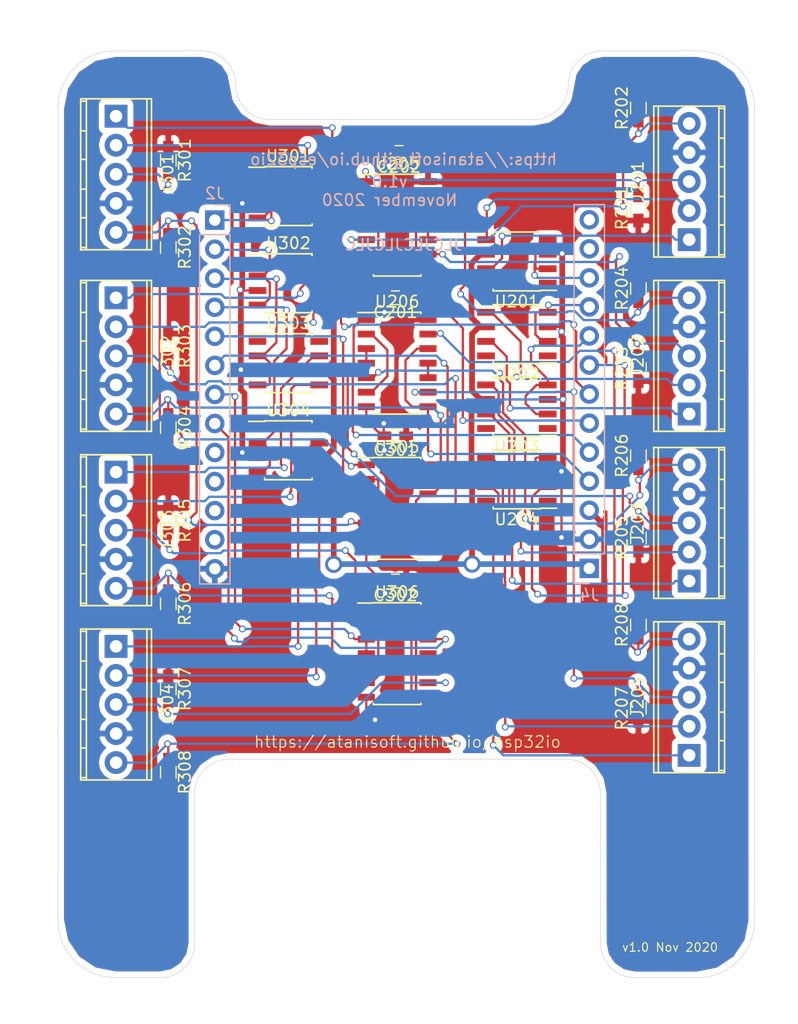
<source format=kicad_pcb>
(kicad_pcb (version 4) (host pcbnew 4.0.7+dfsg1-1ubuntu2)
  (title_block (title "ESP32 IO Board") (date 2020-11-16) (rev 1.0))
  (layers (0 F.Cu signal) (31 B.Cu signal) (34 B.Paste user) (35 F.Paste user) (36 B.SilkS user) (37 F.SilkS user) (38 B.Mask user) (39 F.Mask user) (44 Edge.Cuts user))
  (net 0 "")
  (net 1 GND)
  (net 2 +5V)
  (net 3 USER)
  (net 4 +3V3)
  (net 5 IO8)
  (net 6 IO7)
  (net 7 IO6)
  (net 8 IO5)
  (net 9 IO4)
  (net 10 IO3)
  (net 11 IO2)
  (net 12 IO1)
  (net 13 IO16)
  (net 14 IO15)
  (net 15 IO14)
  (net 16 IO13)
  (net 17 IO12)
  (net 18 IO11)
  (net 19 IO10)
  (net 20 IO9)
  (net 21 I2C_SDA)
  (net 22 I2C_SCL)
  (net 23 FACTORY_RESET)
  (net 24 RESET)
  (net 25 +VDC)
  (net 26 "/Motors 1 to 4/M1A")
  (net 27 "/Motors 1 to 4/M1B")
  (net 28 "/Motors 1 to 4/P1A")
  (net 29 "/Motors 1 to 4/P1B")
  (net 30 "/Motors 1 to 4/M2A")
  (net 31 "/Motors 1 to 4/M2B")
  (net 32 "/Motors 1 to 4/P2A")
  (net 33 "/Motors 1 to 4/P2B")
  (net 34 "/Motors 1 to 4/M3A")
  (net 35 "/Motors 1 to 4/M3B")
  (net 36 "/Motors 1 to 4/P3A")
  (net 37 "/Motors 1 to 4/P3B")
  (net 38 "/Motors 1 to 4/M4A")
  (net 39 "/Motors 1 to 4/M4B")
  (net 40 "/Motors 1 to 4/P4A")
  (net 41 "/Motors 1 to 4/P4B")
  (net 42 "/Motors 5 to 8/M5A")
  (net 43 "/Motors 5 to 8/M5B")
  (net 44 "/Motors 5 to 8/P5A")
  (net 45 "/Motors 5 to 8/P5B")
  (net 46 "/Motors 5 to 8/M6A")
  (net 47 "/Motors 5 to 8/M6B")
  (net 48 "/Motors 5 to 8/P6A")
  (net 49 "/Motors 5 to 8/P6B")
  (net 50 "/Motors 5 to 8/M7A")
  (net 51 "/Motors 5 to 8/M7B")
  (net 52 "/Motors 5 to 8/P7A")
  (net 53 "/Motors 5 to 8/P7B")
  (net 54 "/Motors 5 to 8/M8A")
  (net 55 "/Motors 5 to 8/M8B")
  (net 56 "/Motors 5 to 8/P8A")
  (net 57 "/Motors 5 to 8/P8B")
  (net 58 "Net-(U205-Pad2)")
  (net 59 "Net-(U205-Pad10)")
  (net 60 "Net-(U206-Pad2)")
  (net 61 "Net-(U206-Pad10)")
  (net 62 "Net-(U305-Pad2)")
  (net 63 "Net-(U305-Pad10)")
  (net 64 "Net-(U306-Pad2)")
  (net 65 "Net-(U306-Pad10)")
  (module Connector_PinHeader_2.54mm:PinHeader_1x13_P2.54mm_Vertical (layer B.Cu) (at 153.18 93.51)
    (fp_text reference J4 (at 0 2.33) (layer B.SilkS) (effects (justify mirror)))
    (fp_text value RIGHT-EXT)
    (pad 13 thru_hole oval (at 0 -30.48) (size 1.7 1.7) (drill 1) (layers *.Cu *.Mask) (net 22 I2C_SCL))
    (pad 12 thru_hole oval (at 0 -27.94) (size 1.7 1.7) (drill 1) (layers *.Cu *.Mask) (net 21 I2C_SDA))
    (pad 11 thru_hole oval (at 0 -25.4) (size 1.7 1.7) (drill 1) (layers *.Cu *.Mask) (net 12 IO1))
    (pad 10 thru_hole oval (at 0 -22.86) (size 1.7 1.7) (drill 1) (layers *.Cu *.Mask) (net 11 IO2))
    (pad 9 thru_hole oval (at 0 -20.32) (size 1.7 1.7) (drill 1) (layers *.Cu *.Mask) (net 10 IO3))
    (pad 8 thru_hole oval (at 0 -17.78) (size 1.7 1.7) (drill 1) (layers *.Cu *.Mask) (net 9 IO4))
    (pad 7 thru_hole oval (at 0 -15.24) (size 1.7 1.7) (drill 1) (layers *.Cu *.Mask) (net 8 IO5))
    (pad 6 thru_hole oval (at 0 -12.7) (size 1.7 1.7) (drill 1) (layers *.Cu *.Mask) (net 7 IO6))
    (pad 5 thru_hole oval (at 0 -10.16) (size 1.7 1.7) (drill 1) (layers *.Cu *.Mask) (net 6 IO7))
    (pad 4 thru_hole oval (at 0 -7.62) (size 1.7 1.7) (drill 1) (layers *.Cu *.Mask) (net 5 IO8))
    (pad 3 thru_hole oval (at 0 -5.08) (size 1.7 1.7) (drill 1) (layers *.Cu *.Mask) (net 4 +3V3))
    (pad 2 thru_hole oval (at 0 -2.54) (size 1.7 1.7) (drill 1) (layers *.Cu *.Mask) (net 1 GND))
    (pad 1 thru_hole rect (at 0 0) (size 1.7 1.7) (drill 1) (layers *.Cu *.Mask) (net 25 +VDC))
  )
  (module Connector_PinHeader_2.54mm:PinHeader_1x13_P2.54mm_Vertical (layer B.Cu) (at 120.4 63.06 180)
    (fp_text reference J2 (at 0 2.33 360) (layer B.SilkS) (effects (justify mirror)))
    (fp_text value LEFT-EXT)
    (pad 13 thru_hole oval (at 0 -30.48 180) (size 1.7 1.7) (drill 1) (layers *.Cu *.Mask) (net 1 GND))
    (pad 12 thru_hole oval (at 0 -27.94 180) (size 1.7 1.7) (drill 1) (layers *.Cu *.Mask) (net 2 +5V))
    (pad 11 thru_hole oval (at 0 -25.4 180) (size 1.7 1.7) (drill 1) (layers *.Cu *.Mask) (net 24 RESET))
    (pad 10 thru_hole oval (at 0 -22.86 180) (size 1.7 1.7) (drill 1) (layers *.Cu *.Mask) (net 3 USER))
    (pad 9 thru_hole oval (at 0 -20.32 180) (size 1.7 1.7) (drill 1) (layers *.Cu *.Mask) (net 23 FACTORY_RESET))
    (pad 8 thru_hole oval (at 0 -17.78 180) (size 1.7 1.7) (drill 1) (layers *.Cu *.Mask) (net 13 IO16))
    (pad 7 thru_hole oval (at 0 -15.24 180) (size 1.7 1.7) (drill 1) (layers *.Cu *.Mask) (net 14 IO15))
    (pad 6 thru_hole oval (at 0 -12.7 180) (size 1.7 1.7) (drill 1) (layers *.Cu *.Mask) (net 15 IO14))
    (pad 5 thru_hole oval (at 0 -10.16 180) (size 1.7 1.7) (drill 1) (layers *.Cu *.Mask) (net 16 IO13))
    (pad 4 thru_hole oval (at 0 -7.62 180) (size 1.7 1.7) (drill 1) (layers *.Cu *.Mask) (net 17 IO12))
    (pad 3 thru_hole oval (at 0 -5.08 180) (size 1.7 1.7) (drill 1) (layers *.Cu *.Mask) (net 18 IO11))
    (pad 2 thru_hole oval (at 0 -2.54 180) (size 1.7 1.7) (drill 1) (layers *.Cu *.Mask) (net 19 IO10))
    (pad 1 thru_hole rect (at 0 0 180) (size 1.7 1.7) (drill 1) (layers *.Cu *.Mask) (net 20 IO9))
  )
  (module Capacitors_SMD:C_0603_HandSoldering (layer F.Cu) (at 136.21 69.85 180)
    (fp_text reference C201 (at 0 -1.25 180) (layer F.SilkS))
    (fp_text value .1uf)
    (pad 1 smd rect (at -0.95 0 180) (size 1.2 0.75) (layers F.Cu F.Paste F.Mask) (net 4 +3V3))
    (pad 2 smd rect (at 0.95 0 180) (size 1.2 0.75) (layers F.Cu F.Paste F.Mask) (net 1 GND))
  )
  (module Capacitors_SMD:C_0603_HandSoldering (layer F.Cu) (at 136.525 57.15 180)
    (fp_text reference C202 (at 0 -1.25 180) (layer F.SilkS))
    (fp_text value .1uf)
    (pad 1 smd rect (at -0.95 0 180) (size 1.2 0.75) (layers F.Cu F.Paste F.Mask) (net 4 +3V3))
    (pad 2 smd rect (at 0.95 0 180) (size 1.2 0.75) (layers F.Cu F.Paste F.Mask) (net 1 GND))
  )
  (module Capacitors_SMD:C_0603_HandSoldering (layer F.Cu) (at 136.205 81.915 180)
    (fp_text reference C301 (at 0 -1.25 180) (layer F.SilkS))
    (fp_text value .1uf)
    (pad 1 smd rect (at -0.95 0 180) (size 1.2 0.75) (layers F.Cu F.Paste F.Mask) (net 4 +3V3))
    (pad 2 smd rect (at 0.95 0 180) (size 1.2 0.75) (layers F.Cu F.Paste F.Mask) (net 1 GND))
  )
  (module Capacitors_SMD:C_0603_HandSoldering (layer F.Cu) (at 136.21 94.615 180)
    (fp_text reference C302 (at 0 -1.25 180) (layer F.SilkS))
    (fp_text value .1uf)
    (pad 1 smd rect (at -0.95 0 180) (size 1.2 0.75) (layers F.Cu F.Paste F.Mask) (net 4 +3V3))
    (pad 2 smd rect (at 0.95 0 180) (size 1.2 0.75) (layers F.Cu F.Paste F.Mask) (net 1 GND))
  )
  (module Terminal_Blocks:TerminalBlock_Pheonix_MPT-2.54mm_5pol (layer F.Cu) (at 161.925 64.77 90)
    (fp_text reference J201 (at 5.08 -4.50088 90) (layer F.SilkS))
    (fp_text value "Motor 1")
    (pad 4 thru_hole oval (at 7.62 0 270) (size 1.99898 1.99898) (drill 1.09728) (layers *.Cu *.Mask) (net 1 GND))
    (pad 1 thru_hole rect (at 0 0 270) (size 1.99898 1.99898) (drill 1.09728) (layers *.Cu *.Mask) (net 26 "/Motors 1 to 4/M1A"))
    (pad 2 thru_hole oval (at 2.54 0 270) (size 1.99898 1.99898) (drill 1.09728) (layers *.Cu *.Mask) (net 27 "/Motors 1 to 4/M1B"))
    (pad 3 thru_hole oval (at 5.08 0 270) (size 1.99898 1.99898) (drill 1.09728) (layers *.Cu *.Mask) (net 28 "/Motors 1 to 4/P1A"))
    (pad 5 thru_hole oval (at 10.16 0 270) (size 1.99898 1.99898) (drill 1.09728) (layers *.Cu *.Mask) (net 29 "/Motors 1 to 4/P1B"))
  )
  (module Terminal_Blocks:TerminalBlock_Pheonix_MPT-2.54mm_5pol (layer F.Cu) (at 161.925 80.01 90)
    (fp_text reference J202 (at 5.08 -4.50088 90) (layer F.SilkS))
    (fp_text value "Motor 2")
    (pad 4 thru_hole oval (at 7.62 0 270) (size 1.99898 1.99898) (drill 1.09728) (layers *.Cu *.Mask) (net 1 GND))
    (pad 1 thru_hole rect (at 0 0 270) (size 1.99898 1.99898) (drill 1.09728) (layers *.Cu *.Mask) (net 30 "/Motors 1 to 4/M2A"))
    (pad 2 thru_hole oval (at 2.54 0 270) (size 1.99898 1.99898) (drill 1.09728) (layers *.Cu *.Mask) (net 31 "/Motors 1 to 4/M2B"))
    (pad 3 thru_hole oval (at 5.08 0 270) (size 1.99898 1.99898) (drill 1.09728) (layers *.Cu *.Mask) (net 32 "/Motors 1 to 4/P2A"))
    (pad 5 thru_hole oval (at 10.16 0 270) (size 1.99898 1.99898) (drill 1.09728) (layers *.Cu *.Mask) (net 33 "/Motors 1 to 4/P2B"))
  )
  (module Terminal_Blocks:TerminalBlock_Pheonix_MPT-2.54mm_5pol (layer F.Cu) (at 161.925 94.615 90)
    (fp_text reference J203 (at 5.08 -4.50088 90) (layer F.SilkS))
    (fp_text value "Motor 3")
    (pad 4 thru_hole oval (at 7.62 0 270) (size 1.99898 1.99898) (drill 1.09728) (layers *.Cu *.Mask) (net 1 GND))
    (pad 1 thru_hole rect (at 0 0 270) (size 1.99898 1.99898) (drill 1.09728) (layers *.Cu *.Mask) (net 34 "/Motors 1 to 4/M3A"))
    (pad 2 thru_hole oval (at 2.54 0 270) (size 1.99898 1.99898) (drill 1.09728) (layers *.Cu *.Mask) (net 35 "/Motors 1 to 4/M3B"))
    (pad 3 thru_hole oval (at 5.08 0 270) (size 1.99898 1.99898) (drill 1.09728) (layers *.Cu *.Mask) (net 36 "/Motors 1 to 4/P3A"))
    (pad 5 thru_hole oval (at 10.16 0 270) (size 1.99898 1.99898) (drill 1.09728) (layers *.Cu *.Mask) (net 37 "/Motors 1 to 4/P3B"))
  )
  (module Terminal_Blocks:TerminalBlock_Pheonix_MPT-2.54mm_5pol (layer F.Cu) (at 161.925 109.855 90)
    (fp_text reference J204 (at 5.08 -4.50088 90) (layer F.SilkS))
    (fp_text value "Motor 4")
    (pad 4 thru_hole oval (at 7.62 0 270) (size 1.99898 1.99898) (drill 1.09728) (layers *.Cu *.Mask) (net 1 GND))
    (pad 1 thru_hole rect (at 0 0 270) (size 1.99898 1.99898) (drill 1.09728) (layers *.Cu *.Mask) (net 38 "/Motors 1 to 4/M4A"))
    (pad 2 thru_hole oval (at 2.54 0 270) (size 1.99898 1.99898) (drill 1.09728) (layers *.Cu *.Mask) (net 39 "/Motors 1 to 4/M4B"))
    (pad 3 thru_hole oval (at 5.08 0 270) (size 1.99898 1.99898) (drill 1.09728) (layers *.Cu *.Mask) (net 40 "/Motors 1 to 4/P4A"))
    (pad 5 thru_hole oval (at 10.16 0 270) (size 1.99898 1.99898) (drill 1.09728) (layers *.Cu *.Mask) (net 41 "/Motors 1 to 4/P4B"))
  )
  (module Terminal_Blocks:TerminalBlock_Pheonix_MPT-2.54mm_5pol (layer F.Cu) (at 111.76 53.975 270)
    (fp_text reference J301 (at 5.08 -4.50088 270) (layer F.SilkS))
    (fp_text value "Motor 5")
    (pad 4 thru_hole oval (at 7.62 0 90) (size 1.99898 1.99898) (drill 1.09728) (layers *.Cu *.Mask) (net 1 GND))
    (pad 1 thru_hole rect (at 0 0 90) (size 1.99898 1.99898) (drill 1.09728) (layers *.Cu *.Mask) (net 42 "/Motors 5 to 8/M5A"))
    (pad 2 thru_hole oval (at 2.54 0 90) (size 1.99898 1.99898) (drill 1.09728) (layers *.Cu *.Mask) (net 43 "/Motors 5 to 8/M5B"))
    (pad 3 thru_hole oval (at 5.08 0 90) (size 1.99898 1.99898) (drill 1.09728) (layers *.Cu *.Mask) (net 44 "/Motors 5 to 8/P5A"))
    (pad 5 thru_hole oval (at 10.16 0 90) (size 1.99898 1.99898) (drill 1.09728) (layers *.Cu *.Mask) (net 45 "/Motors 5 to 8/P5B"))
  )
  (module Terminal_Blocks:TerminalBlock_Pheonix_MPT-2.54mm_5pol (layer F.Cu) (at 111.76 69.85 270)
    (fp_text reference J302 (at 5.08 -4.50088 270) (layer F.SilkS))
    (fp_text value "Motor 6")
    (pad 4 thru_hole oval (at 7.62 0 90) (size 1.99898 1.99898) (drill 1.09728) (layers *.Cu *.Mask) (net 1 GND))
    (pad 1 thru_hole rect (at 0 0 90) (size 1.99898 1.99898) (drill 1.09728) (layers *.Cu *.Mask) (net 46 "/Motors 5 to 8/M6A"))
    (pad 2 thru_hole oval (at 2.54 0 90) (size 1.99898 1.99898) (drill 1.09728) (layers *.Cu *.Mask) (net 47 "/Motors 5 to 8/M6B"))
    (pad 3 thru_hole oval (at 5.08 0 90) (size 1.99898 1.99898) (drill 1.09728) (layers *.Cu *.Mask) (net 48 "/Motors 5 to 8/P6A"))
    (pad 5 thru_hole oval (at 10.16 0 90) (size 1.99898 1.99898) (drill 1.09728) (layers *.Cu *.Mask) (net 49 "/Motors 5 to 8/P6B"))
  )
  (module Terminal_Blocks:TerminalBlock_Pheonix_MPT-2.54mm_5pol (layer F.Cu) (at 111.76 85.09 270)
    (fp_text reference J303 (at 5.08 -4.50088 270) (layer F.SilkS))
    (fp_text value "Motor 7")
    (pad 4 thru_hole oval (at 7.62 0 90) (size 1.99898 1.99898) (drill 1.09728) (layers *.Cu *.Mask) (net 1 GND))
    (pad 1 thru_hole rect (at 0 0 90) (size 1.99898 1.99898) (drill 1.09728) (layers *.Cu *.Mask) (net 50 "/Motors 5 to 8/M7A"))
    (pad 2 thru_hole oval (at 2.54 0 90) (size 1.99898 1.99898) (drill 1.09728) (layers *.Cu *.Mask) (net 51 "/Motors 5 to 8/M7B"))
    (pad 3 thru_hole oval (at 5.08 0 90) (size 1.99898 1.99898) (drill 1.09728) (layers *.Cu *.Mask) (net 52 "/Motors 5 to 8/P7A"))
    (pad 5 thru_hole oval (at 10.16 0 90) (size 1.99898 1.99898) (drill 1.09728) (layers *.Cu *.Mask) (net 53 "/Motors 5 to 8/P7B"))
  )
  (module Terminal_Blocks:TerminalBlock_Pheonix_MPT-2.54mm_5pol (layer F.Cu) (at 111.76 100.33 270)
    (fp_text reference J304 (at 5.08 -4.50088 270) (layer F.SilkS))
    (fp_text value "Motor 8")
    (pad 4 thru_hole oval (at 7.62 0 90) (size 1.99898 1.99898) (drill 1.09728) (layers *.Cu *.Mask) (net 1 GND))
    (pad 1 thru_hole rect (at 0 0 90) (size 1.99898 1.99898) (drill 1.09728) (layers *.Cu *.Mask) (net 54 "/Motors 5 to 8/M8A"))
    (pad 2 thru_hole oval (at 2.54 0 90) (size 1.99898 1.99898) (drill 1.09728) (layers *.Cu *.Mask) (net 55 "/Motors 5 to 8/M8B"))
    (pad 3 thru_hole oval (at 5.08 0 90) (size 1.99898 1.99898) (drill 1.09728) (layers *.Cu *.Mask) (net 56 "/Motors 5 to 8/P8A"))
    (pad 5 thru_hole oval (at 10.16 0 90) (size 1.99898 1.99898) (drill 1.09728) (layers *.Cu *.Mask) (net 57 "/Motors 5 to 8/P8B"))
  )
  (module Housings_SOIC:SOIC-8_3.9x4.9mm_Pitch1.27mm (layer F.Cu) (at 146.845 66.675 180)
    (fp_text reference U201 (at 0 -3.5 180) (layer F.SilkS))
    (fp_text value TC4428)
    (pad 1 smd rect (at -2.7 -1.905 180) (size 1.55 0.6) (layers F.Cu F.Paste F.Mask))
    (pad 2 smd rect (at -2.7 -0.635 180) (size 1.55 0.6) (layers F.Cu F.Paste F.Mask) (net 12 IO1))
    (pad 3 smd rect (at -2.7 0.635 180) (size 1.55 0.6) (layers F.Cu F.Paste F.Mask) (net 1 GND))
    (pad 4 smd rect (at -2.7 1.905 180) (size 1.55 0.6) (layers F.Cu F.Paste F.Mask) (net 12 IO1))
    (pad 5 smd rect (at 2.7 1.905 180) (size 1.55 0.6) (layers F.Cu F.Paste F.Mask) (net 27 "/Motors 1 to 4/M1B"))
    (pad 6 smd rect (at 2.7 0.635 180) (size 1.55 0.6) (layers F.Cu F.Paste F.Mask) (net 25 +VDC))
    (pad 7 smd rect (at 2.7 -0.635 180) (size 1.55 0.6) (layers F.Cu F.Paste F.Mask) (net 26 "/Motors 1 to 4/M1A"))
    (pad 8 smd rect (at 2.7 -1.905 180) (size 1.55 0.6) (layers F.Cu F.Paste F.Mask))
  )
  (module Housings_SOIC:SOIC-8_3.9x4.9mm_Pitch1.27mm (layer F.Cu) (at 146.845 73.025 180)
    (fp_text reference U202 (at 0 -3.5 180) (layer F.SilkS))
    (fp_text value TC4428)
    (pad 1 smd rect (at -2.7 -1.905 180) (size 1.55 0.6) (layers F.Cu F.Paste F.Mask))
    (pad 2 smd rect (at -2.7 -0.635 180) (size 1.55 0.6) (layers F.Cu F.Paste F.Mask) (net 11 IO2))
    (pad 3 smd rect (at -2.7 0.635 180) (size 1.55 0.6) (layers F.Cu F.Paste F.Mask) (net 1 GND))
    (pad 4 smd rect (at -2.7 1.905 180) (size 1.55 0.6) (layers F.Cu F.Paste F.Mask) (net 11 IO2))
    (pad 5 smd rect (at 2.7 1.905 180) (size 1.55 0.6) (layers F.Cu F.Paste F.Mask) (net 31 "/Motors 1 to 4/M2B"))
    (pad 6 smd rect (at 2.7 0.635 180) (size 1.55 0.6) (layers F.Cu F.Paste F.Mask) (net 25 +VDC))
    (pad 7 smd rect (at 2.7 -0.635 180) (size 1.55 0.6) (layers F.Cu F.Paste F.Mask) (net 30 "/Motors 1 to 4/M2A"))
    (pad 8 smd rect (at 2.7 -1.905 180) (size 1.55 0.6) (layers F.Cu F.Paste F.Mask))
  )
  (module Housings_SOIC:SOIC-8_3.9x4.9mm_Pitch1.27mm (layer F.Cu) (at 146.845 79.375 180)
    (fp_text reference U203 (at 0 -3.5 180) (layer F.SilkS))
    (fp_text value TC4428)
    (pad 1 smd rect (at -2.7 -1.905 180) (size 1.55 0.6) (layers F.Cu F.Paste F.Mask))
    (pad 2 smd rect (at -2.7 -0.635 180) (size 1.55 0.6) (layers F.Cu F.Paste F.Mask) (net 10 IO3))
    (pad 3 smd rect (at -2.7 0.635 180) (size 1.55 0.6) (layers F.Cu F.Paste F.Mask) (net 1 GND))
    (pad 4 smd rect (at -2.7 1.905 180) (size 1.55 0.6) (layers F.Cu F.Paste F.Mask) (net 10 IO3))
    (pad 5 smd rect (at 2.7 1.905 180) (size 1.55 0.6) (layers F.Cu F.Paste F.Mask) (net 35 "/Motors 1 to 4/M3B"))
    (pad 6 smd rect (at 2.7 0.635 180) (size 1.55 0.6) (layers F.Cu F.Paste F.Mask) (net 25 +VDC))
    (pad 7 smd rect (at 2.7 -0.635 180) (size 1.55 0.6) (layers F.Cu F.Paste F.Mask) (net 34 "/Motors 1 to 4/M3A"))
    (pad 8 smd rect (at 2.7 -1.905 180) (size 1.55 0.6) (layers F.Cu F.Paste F.Mask))
  )
  (module Housings_SOIC:SOIC-8_3.9x4.9mm_Pitch1.27mm (layer F.Cu) (at 146.845 85.725 180)
    (fp_text reference U204 (at 0 -3.5 180) (layer F.SilkS))
    (fp_text value TC4428)
    (pad 1 smd rect (at -2.7 -1.905 180) (size 1.55 0.6) (layers F.Cu F.Paste F.Mask))
    (pad 2 smd rect (at -2.7 -0.635 180) (size 1.55 0.6) (layers F.Cu F.Paste F.Mask) (net 9 IO4))
    (pad 3 smd rect (at -2.7 0.635 180) (size 1.55 0.6) (layers F.Cu F.Paste F.Mask) (net 1 GND))
    (pad 4 smd rect (at -2.7 1.905 180) (size 1.55 0.6) (layers F.Cu F.Paste F.Mask) (net 9 IO4))
    (pad 5 smd rect (at 2.7 1.905 180) (size 1.55 0.6) (layers F.Cu F.Paste F.Mask) (net 39 "/Motors 1 to 4/M4B"))
    (pad 6 smd rect (at 2.7 0.635 180) (size 1.55 0.6) (layers F.Cu F.Paste F.Mask) (net 25 +VDC))
    (pad 7 smd rect (at 2.7 -0.635 180) (size 1.55 0.6) (layers F.Cu F.Paste F.Mask) (net 38 "/Motors 1 to 4/M4A"))
    (pad 8 smd rect (at 2.7 -1.905 180) (size 1.55 0.6) (layers F.Cu F.Paste F.Mask))
  )
  (module Housings_SOIC:SOIC-14_3.9x8.7mm_Pitch1.27mm (layer F.Cu) (at 136.365 63.5)
    (fp_text reference U205 (at 0 -5.375) (layer F.SilkS))
    (fp_text value 74HC00)
    (pad 1 smd rect (at -2.7 -3.81) (size 1.5 0.6) (layers F.Cu F.Paste F.Mask) (net 28 "/Motors 1 to 4/P1A"))
    (pad 2 smd rect (at -2.7 -2.54) (size 1.5 0.6) (layers F.Cu F.Paste F.Mask) (net 58 "Net-(U205-Pad2)"))
    (pad 3 smd rect (at -2.7 -1.27) (size 1.5 0.6) (layers F.Cu F.Paste F.Mask) (net 8 IO5))
    (pad 4 smd rect (at -2.7 0) (size 1.5 0.6) (layers F.Cu F.Paste F.Mask) (net 8 IO5))
    (pad 5 smd rect (at -2.7 1.27) (size 1.5 0.6) (layers F.Cu F.Paste F.Mask) (net 29 "/Motors 1 to 4/P1B"))
    (pad 6 smd rect (at -2.7 2.54) (size 1.5 0.6) (layers F.Cu F.Paste F.Mask) (net 58 "Net-(U205-Pad2)"))
    (pad 7 smd rect (at -2.7 3.81) (size 1.5 0.6) (layers F.Cu F.Paste F.Mask) (net 1 GND))
    (pad 8 smd rect (at 2.7 3.81) (size 1.5 0.6) (layers F.Cu F.Paste F.Mask) (net 7 IO6))
    (pad 9 smd rect (at 2.7 2.54) (size 1.5 0.6) (layers F.Cu F.Paste F.Mask) (net 32 "/Motors 1 to 4/P2A"))
    (pad 10 smd rect (at 2.7 1.27) (size 1.5 0.6) (layers F.Cu F.Paste F.Mask) (net 59 "Net-(U205-Pad10)"))
    (pad 11 smd rect (at 2.7 0) (size 1.5 0.6) (layers F.Cu F.Paste F.Mask) (net 59 "Net-(U205-Pad10)"))
    (pad 12 smd rect (at 2.7 -1.27) (size 1.5 0.6) (layers F.Cu F.Paste F.Mask) (net 7 IO6))
    (pad 13 smd rect (at 2.7 -2.54) (size 1.5 0.6) (layers F.Cu F.Paste F.Mask) (net 33 "/Motors 1 to 4/P2B"))
    (pad 14 smd rect (at 2.7 -3.81) (size 1.5 0.6) (layers F.Cu F.Paste F.Mask) (net 4 +3V3))
  )
  (module Housings_SOIC:SOIC-14_3.9x8.7mm_Pitch1.27mm (layer F.Cu) (at 136.365 75.565)
    (fp_text reference U206 (at 0 -5.375) (layer F.SilkS))
    (fp_text value 74HC00)
    (pad 1 smd rect (at -2.7 -3.81) (size 1.5 0.6) (layers F.Cu F.Paste F.Mask) (net 36 "/Motors 1 to 4/P3A"))
    (pad 2 smd rect (at -2.7 -2.54) (size 1.5 0.6) (layers F.Cu F.Paste F.Mask) (net 60 "Net-(U206-Pad2)"))
    (pad 3 smd rect (at -2.7 -1.27) (size 1.5 0.6) (layers F.Cu F.Paste F.Mask) (net 6 IO7))
    (pad 4 smd rect (at -2.7 0) (size 1.5 0.6) (layers F.Cu F.Paste F.Mask) (net 6 IO7))
    (pad 5 smd rect (at -2.7 1.27) (size 1.5 0.6) (layers F.Cu F.Paste F.Mask) (net 37 "/Motors 1 to 4/P3B"))
    (pad 6 smd rect (at -2.7 2.54) (size 1.5 0.6) (layers F.Cu F.Paste F.Mask) (net 60 "Net-(U206-Pad2)"))
    (pad 7 smd rect (at -2.7 3.81) (size 1.5 0.6) (layers F.Cu F.Paste F.Mask) (net 1 GND))
    (pad 8 smd rect (at 2.7 3.81) (size 1.5 0.6) (layers F.Cu F.Paste F.Mask) (net 5 IO8))
    (pad 9 smd rect (at 2.7 2.54) (size 1.5 0.6) (layers F.Cu F.Paste F.Mask) (net 40 "/Motors 1 to 4/P4A"))
    (pad 10 smd rect (at 2.7 1.27) (size 1.5 0.6) (layers F.Cu F.Paste F.Mask) (net 61 "Net-(U206-Pad10)"))
    (pad 11 smd rect (at 2.7 0) (size 1.5 0.6) (layers F.Cu F.Paste F.Mask) (net 61 "Net-(U206-Pad10)"))
    (pad 12 smd rect (at 2.7 -1.27) (size 1.5 0.6) (layers F.Cu F.Paste F.Mask) (net 5 IO8))
    (pad 13 smd rect (at 2.7 -2.54) (size 1.5 0.6) (layers F.Cu F.Paste F.Mask) (net 41 "/Motors 1 to 4/P4B"))
    (pad 14 smd rect (at 2.7 -3.81) (size 1.5 0.6) (layers F.Cu F.Paste F.Mask) (net 4 +3V3))
  )
  (module Housings_SOIC:SOIC-8_3.9x4.9mm_Pitch1.27mm (layer F.Cu) (at 126.84 60.96)
    (fp_text reference U301 (at 0 -3.5) (layer F.SilkS))
    (fp_text value TC4428)
    (pad 1 smd rect (at -2.7 -1.905) (size 1.55 0.6) (layers F.Cu F.Paste F.Mask))
    (pad 2 smd rect (at -2.7 -0.635) (size 1.55 0.6) (layers F.Cu F.Paste F.Mask) (net 20 IO9))
    (pad 3 smd rect (at -2.7 0.635) (size 1.55 0.6) (layers F.Cu F.Paste F.Mask) (net 1 GND))
    (pad 4 smd rect (at -2.7 1.905) (size 1.55 0.6) (layers F.Cu F.Paste F.Mask) (net 20 IO9))
    (pad 5 smd rect (at 2.7 1.905) (size 1.55 0.6) (layers F.Cu F.Paste F.Mask) (net 43 "/Motors 5 to 8/M5B"))
    (pad 6 smd rect (at 2.7 0.635) (size 1.55 0.6) (layers F.Cu F.Paste F.Mask) (net 25 +VDC))
    (pad 7 smd rect (at 2.7 -0.635) (size 1.55 0.6) (layers F.Cu F.Paste F.Mask) (net 42 "/Motors 5 to 8/M5A"))
    (pad 8 smd rect (at 2.7 -1.905) (size 1.55 0.6) (layers F.Cu F.Paste F.Mask))
  )
  (module Housings_SOIC:SOIC-8_3.9x4.9mm_Pitch1.27mm (layer F.Cu) (at 126.84 68.58)
    (fp_text reference U302 (at 0 -3.5) (layer F.SilkS))
    (fp_text value TC4428)
    (pad 1 smd rect (at -2.7 -1.905) (size 1.55 0.6) (layers F.Cu F.Paste F.Mask))
    (pad 2 smd rect (at -2.7 -0.635) (size 1.55 0.6) (layers F.Cu F.Paste F.Mask) (net 19 IO10))
    (pad 3 smd rect (at -2.7 0.635) (size 1.55 0.6) (layers F.Cu F.Paste F.Mask) (net 1 GND))
    (pad 4 smd rect (at -2.7 1.905) (size 1.55 0.6) (layers F.Cu F.Paste F.Mask) (net 19 IO10))
    (pad 5 smd rect (at 2.7 1.905) (size 1.55 0.6) (layers F.Cu F.Paste F.Mask) (net 47 "/Motors 5 to 8/M6B"))
    (pad 6 smd rect (at 2.7 0.635) (size 1.55 0.6) (layers F.Cu F.Paste F.Mask) (net 25 +VDC))
    (pad 7 smd rect (at 2.7 -0.635) (size 1.55 0.6) (layers F.Cu F.Paste F.Mask) (net 46 "/Motors 5 to 8/M6A"))
    (pad 8 smd rect (at 2.7 -1.905) (size 1.55 0.6) (layers F.Cu F.Paste F.Mask))
  )
  (module Housings_SOIC:SOIC-8_3.9x4.9mm_Pitch1.27mm (layer F.Cu) (at 126.84 75.565)
    (fp_text reference U303 (at 0 -3.5) (layer F.SilkS))
    (fp_text value TC4428)
    (pad 1 smd rect (at -2.7 -1.905) (size 1.55 0.6) (layers F.Cu F.Paste F.Mask))
    (pad 2 smd rect (at -2.7 -0.635) (size 1.55 0.6) (layers F.Cu F.Paste F.Mask) (net 18 IO11))
    (pad 3 smd rect (at -2.7 0.635) (size 1.55 0.6) (layers F.Cu F.Paste F.Mask) (net 1 GND))
    (pad 4 smd rect (at -2.7 1.905) (size 1.55 0.6) (layers F.Cu F.Paste F.Mask) (net 18 IO11))
    (pad 5 smd rect (at 2.7 1.905) (size 1.55 0.6) (layers F.Cu F.Paste F.Mask) (net 51 "/Motors 5 to 8/M7B"))
    (pad 6 smd rect (at 2.7 0.635) (size 1.55 0.6) (layers F.Cu F.Paste F.Mask) (net 25 +VDC))
    (pad 7 smd rect (at 2.7 -0.635) (size 1.55 0.6) (layers F.Cu F.Paste F.Mask) (net 50 "/Motors 5 to 8/M7A"))
    (pad 8 smd rect (at 2.7 -1.905) (size 1.55 0.6) (layers F.Cu F.Paste F.Mask))
  )
  (module Housings_SOIC:SOIC-8_3.9x4.9mm_Pitch1.27mm (layer F.Cu) (at 126.84 83.185)
    (fp_text reference U304 (at 0 -3.5) (layer F.SilkS))
    (fp_text value TC4428)
    (pad 1 smd rect (at -2.7 -1.905) (size 1.55 0.6) (layers F.Cu F.Paste F.Mask))
    (pad 2 smd rect (at -2.7 -0.635) (size 1.55 0.6) (layers F.Cu F.Paste F.Mask) (net 17 IO12))
    (pad 3 smd rect (at -2.7 0.635) (size 1.55 0.6) (layers F.Cu F.Paste F.Mask) (net 1 GND))
    (pad 4 smd rect (at -2.7 1.905) (size 1.55 0.6) (layers F.Cu F.Paste F.Mask) (net 17 IO12))
    (pad 5 smd rect (at 2.7 1.905) (size 1.55 0.6) (layers F.Cu F.Paste F.Mask) (net 55 "/Motors 5 to 8/M8B"))
    (pad 6 smd rect (at 2.7 0.635) (size 1.55 0.6) (layers F.Cu F.Paste F.Mask) (net 25 +VDC))
    (pad 7 smd rect (at 2.7 -0.635) (size 1.55 0.6) (layers F.Cu F.Paste F.Mask) (net 54 "/Motors 5 to 8/M8A"))
    (pad 8 smd rect (at 2.7 -1.905) (size 1.55 0.6) (layers F.Cu F.Paste F.Mask))
  )
  (module Housings_SOIC:SOIC-14_3.9x8.7mm_Pitch1.27mm (layer F.Cu) (at 136.365 88.265)
    (fp_text reference U305 (at 0 -5.375) (layer F.SilkS))
    (fp_text value 74HC00)
    (pad 1 smd rect (at -2.7 -3.81) (size 1.5 0.6) (layers F.Cu F.Paste F.Mask) (net 44 "/Motors 5 to 8/P5A"))
    (pad 2 smd rect (at -2.7 -2.54) (size 1.5 0.6) (layers F.Cu F.Paste F.Mask) (net 62 "Net-(U305-Pad2)"))
    (pad 3 smd rect (at -2.7 -1.27) (size 1.5 0.6) (layers F.Cu F.Paste F.Mask) (net 16 IO13))
    (pad 4 smd rect (at -2.7 0) (size 1.5 0.6) (layers F.Cu F.Paste F.Mask) (net 16 IO13))
    (pad 5 smd rect (at -2.7 1.27) (size 1.5 0.6) (layers F.Cu F.Paste F.Mask) (net 45 "/Motors 5 to 8/P5B"))
    (pad 6 smd rect (at -2.7 2.54) (size 1.5 0.6) (layers F.Cu F.Paste F.Mask) (net 62 "Net-(U305-Pad2)"))
    (pad 7 smd rect (at -2.7 3.81) (size 1.5 0.6) (layers F.Cu F.Paste F.Mask) (net 1 GND))
    (pad 8 smd rect (at 2.7 3.81) (size 1.5 0.6) (layers F.Cu F.Paste F.Mask) (net 15 IO14))
    (pad 9 smd rect (at 2.7 2.54) (size 1.5 0.6) (layers F.Cu F.Paste F.Mask) (net 48 "/Motors 5 to 8/P6A"))
    (pad 10 smd rect (at 2.7 1.27) (size 1.5 0.6) (layers F.Cu F.Paste F.Mask) (net 63 "Net-(U305-Pad10)"))
    (pad 11 smd rect (at 2.7 0) (size 1.5 0.6) (layers F.Cu F.Paste F.Mask) (net 63 "Net-(U305-Pad10)"))
    (pad 12 smd rect (at 2.7 -1.27) (size 1.5 0.6) (layers F.Cu F.Paste F.Mask) (net 15 IO14))
    (pad 13 smd rect (at 2.7 -2.54) (size 1.5 0.6) (layers F.Cu F.Paste F.Mask) (net 49 "/Motors 5 to 8/P6B"))
    (pad 14 smd rect (at 2.7 -3.81) (size 1.5 0.6) (layers F.Cu F.Paste F.Mask) (net 4 +3V3))
  )
  (module Housings_SOIC:SOIC-14_3.9x8.7mm_Pitch1.27mm (layer F.Cu) (at 136.365 100.965)
    (fp_text reference U306 (at 0 -5.375) (layer F.SilkS))
    (fp_text value 74HC00)
    (pad 1 smd rect (at -2.7 -3.81) (size 1.5 0.6) (layers F.Cu F.Paste F.Mask) (net 52 "/Motors 5 to 8/P7A"))
    (pad 2 smd rect (at -2.7 -2.54) (size 1.5 0.6) (layers F.Cu F.Paste F.Mask) (net 64 "Net-(U306-Pad2)"))
    (pad 3 smd rect (at -2.7 -1.27) (size 1.5 0.6) (layers F.Cu F.Paste F.Mask) (net 14 IO15))
    (pad 4 smd rect (at -2.7 0) (size 1.5 0.6) (layers F.Cu F.Paste F.Mask) (net 14 IO15))
    (pad 5 smd rect (at -2.7 1.27) (size 1.5 0.6) (layers F.Cu F.Paste F.Mask) (net 53 "/Motors 5 to 8/P7B"))
    (pad 6 smd rect (at -2.7 2.54) (size 1.5 0.6) (layers F.Cu F.Paste F.Mask) (net 64 "Net-(U306-Pad2)"))
    (pad 7 smd rect (at -2.7 3.81) (size 1.5 0.6) (layers F.Cu F.Paste F.Mask) (net 1 GND))
    (pad 8 smd rect (at 2.7 3.81) (size 1.5 0.6) (layers F.Cu F.Paste F.Mask) (net 13 IO16))
    (pad 9 smd rect (at 2.7 2.54) (size 1.5 0.6) (layers F.Cu F.Paste F.Mask) (net 56 "/Motors 5 to 8/P8A"))
    (pad 10 smd rect (at 2.7 1.27) (size 1.5 0.6) (layers F.Cu F.Paste F.Mask) (net 65 "Net-(U306-Pad10)"))
    (pad 11 smd rect (at 2.7 0) (size 1.5 0.6) (layers F.Cu F.Paste F.Mask) (net 65 "Net-(U306-Pad10)"))
    (pad 12 smd rect (at 2.7 -1.27) (size 1.5 0.6) (layers F.Cu F.Paste F.Mask) (net 13 IO16))
    (pad 13 smd rect (at 2.7 -2.54) (size 1.5 0.6) (layers F.Cu F.Paste F.Mask) (net 57 "/Motors 5 to 8/P8B"))
    (pad 14 smd rect (at 2.7 -3.81) (size 1.5 0.6) (layers F.Cu F.Paste F.Mask) (net 4 +3V3))
  )
  (module Resistors_SMD:R_0603_HandSoldering (layer F.Cu) (at 157.48 61.9965 90)
    (fp_text reference R201 (at 0 -1.45 90) (layer F.SilkS))
    (fp_text value 10K)
    (pad 1 smd rect (at -1.1 0 90) (size 1.2 0.9) (layers F.Cu F.Paste F.Mask) (net 4 +3V3))
    (pad 2 smd rect (at 1.1 0 90) (size 1.2 0.9) (layers F.Cu F.Paste F.Mask) (net 28 "/Motors 1 to 4/P1A"))
  )
  (module Resistors_SMD:R_0603_HandSoldering (layer F.Cu) (at 157.48 53.256 90)
    (fp_text reference R202 (at 0 -1.45 90) (layer F.SilkS))
    (fp_text value 10K)
    (pad 1 smd rect (at -1.1 0 90) (size 1.2 0.9) (layers F.Cu F.Paste F.Mask) (net 29 "/Motors 1 to 4/P1B"))
    (pad 2 smd rect (at 1.1 0 90) (size 1.2 0.9) (layers F.Cu F.Paste F.Mask) (net 4 +3V3))
  )
  (module Resistors_SMD:R_0603_HandSoldering (layer F.Cu) (at 157.48 76.03 90)
    (fp_text reference R203 (at 0 -1.45 90) (layer F.SilkS))
    (fp_text value 10K)
    (pad 1 smd rect (at -1.1 0 90) (size 1.2 0.9) (layers F.Cu F.Paste F.Mask) (net 4 +3V3))
    (pad 2 smd rect (at 1.1 0 90) (size 1.2 0.9) (layers F.Cu F.Paste F.Mask) (net 32 "/Motors 1 to 4/P2A"))
  )
  (module Resistors_SMD:R_0603_HandSoldering (layer F.Cu) (at 157.48 69.045 90)
    (fp_text reference R204 (at 0 -1.45 90) (layer F.SilkS))
    (fp_text value 10K)
    (pad 1 smd rect (at -1.1 0 90) (size 1.2 0.9) (layers F.Cu F.Paste F.Mask) (net 33 "/Motors 1 to 4/P2B"))
    (pad 2 smd rect (at 1.1 0 90) (size 1.2 0.9) (layers F.Cu F.Paste F.Mask) (net 4 +3V3))
  )
  (module Resistors_SMD:R_0603_HandSoldering (layer F.Cu) (at 157.48 90.848 90)
    (fp_text reference R205 (at 0 -1.45 90) (layer F.SilkS))
    (fp_text value 10K)
    (pad 1 smd rect (at -1.1 0 90) (size 1.2 0.9) (layers F.Cu F.Paste F.Mask) (net 4 +3V3))
    (pad 2 smd rect (at 1.1 0 90) (size 1.2 0.9) (layers F.Cu F.Paste F.Mask) (net 36 "/Motors 1 to 4/P3A"))
  )
  (module Resistors_SMD:R_0603_HandSoldering (layer F.Cu) (at 157.48 83.65 90)
    (fp_text reference R206 (at 0 -1.45 90) (layer F.SilkS))
    (fp_text value 10K)
    (pad 1 smd rect (at -1.1 0 90) (size 1.2 0.9) (layers F.Cu F.Paste F.Mask) (net 37 "/Motors 1 to 4/P3B"))
    (pad 2 smd rect (at 1.1 0 90) (size 1.2 0.9) (layers F.Cu F.Paste F.Mask) (net 4 +3V3))
  )
  (module Resistors_SMD:R_0603_HandSoldering (layer F.Cu) (at 157.48 105.748 90)
    (fp_text reference R207 (at 0 -1.45 90) (layer F.SilkS))
    (fp_text value 10K)
    (pad 1 smd rect (at -1.1 0 90) (size 1.2 0.9) (layers F.Cu F.Paste F.Mask) (net 4 +3V3))
    (pad 2 smd rect (at 1.1 0 90) (size 1.2 0.9) (layers F.Cu F.Paste F.Mask) (net 40 "/Motors 1 to 4/P4A"))
  )
  (module Resistors_SMD:R_0603_HandSoldering (layer F.Cu) (at 157.48 98.468 90)
    (fp_text reference R208 (at 0 -1.45 90) (layer F.SilkS))
    (fp_text value 10K)
    (pad 1 smd rect (at -1.1 0 90) (size 1.2 0.9) (layers F.Cu F.Paste F.Mask) (net 41 "/Motors 1 to 4/P4B"))
    (pad 2 smd rect (at 1.1 0 90) (size 1.2 0.9) (layers F.Cu F.Paste F.Mask) (net 4 +3V3))
  )
  (module Resistors_SMD:R_0603_HandSoldering (layer F.Cu) (at 116.332 57.828 270)
    (fp_text reference R301 (at 0 -1.45 270) (layer F.SilkS))
    (fp_text value 10K)
    (pad 1 smd rect (at -1.1 0 270) (size 1.2 0.9) (layers F.Cu F.Paste F.Mask) (net 4 +3V3))
    (pad 2 smd rect (at 1.1 0 270) (size 1.2 0.9) (layers F.Cu F.Paste F.Mask) (net 44 "/Motors 5 to 8/P5A"))
  )
  (module Resistors_SMD:R_0603_HandSoldering (layer F.Cu) (at 116.332 65.448 270)
    (fp_text reference R302 (at 0 -1.45 270) (layer F.SilkS))
    (fp_text value 10K)
    (pad 1 smd rect (at -1.1 0 270) (size 1.2 0.9) (layers F.Cu F.Paste F.Mask) (net 45 "/Motors 5 to 8/P5B"))
    (pad 2 smd rect (at 1.1 0 270) (size 1.2 0.9) (layers F.Cu F.Paste F.Mask) (net 4 +3V3))
  )
  (module Resistors_SMD:R_0603_HandSoldering (layer F.Cu) (at 116.332 74.084 270)
    (fp_text reference R303 (at 0 -1.45 270) (layer F.SilkS))
    (fp_text value 10K)
    (pad 1 smd rect (at -1.1 0 270) (size 1.2 0.9) (layers F.Cu F.Paste F.Mask) (net 4 +3V3))
    (pad 2 smd rect (at 1.1 0 270) (size 1.2 0.9) (layers F.Cu F.Paste F.Mask) (net 48 "/Motors 5 to 8/P6A"))
  )
  (module Resistors_SMD:R_0603_HandSoldering (layer F.Cu) (at 116.332 81.196 270)
    (fp_text reference R304 (at 0 -1.45 270) (layer F.SilkS))
    (fp_text value 10K)
    (pad 1 smd rect (at -1.1 0 270) (size 1.2 0.9) (layers F.Cu F.Paste F.Mask) (net 49 "/Motors 5 to 8/P6B"))
    (pad 2 smd rect (at 1.1 0 270) (size 1.2 0.9) (layers F.Cu F.Paste F.Mask) (net 4 +3V3))
  )
  (module Resistors_SMD:R_0603_HandSoldering (layer F.Cu) (at 116.332 89.324 270)
    (fp_text reference R305 (at 0 -1.45 270) (layer F.SilkS))
    (fp_text value 10K)
    (pad 1 smd rect (at -1.1 0 270) (size 1.2 0.9) (layers F.Cu F.Paste F.Mask) (net 4 +3V3))
    (pad 2 smd rect (at 1.1 0 270) (size 1.2 0.9) (layers F.Cu F.Paste F.Mask) (net 52 "/Motors 5 to 8/P7A"))
  )
  (module Resistors_SMD:R_0603_HandSoldering (layer F.Cu) (at 116.332 96.604 270)
    (fp_text reference R306 (at 0 -1.45 270) (layer F.SilkS))
    (fp_text value 10K)
    (pad 1 smd rect (at -1.1 0 270) (size 1.2 0.9) (layers F.Cu F.Paste F.Mask) (net 53 "/Motors 5 to 8/P7B"))
    (pad 2 smd rect (at 1.1 0 270) (size 1.2 0.9) (layers F.Cu F.Paste F.Mask) (net 4 +3V3))
  )
  (module Resistors_SMD:R_0603_HandSoldering (layer F.Cu) (at 116.332 104.056 270)
    (fp_text reference R307 (at 0 -1.45 270) (layer F.SilkS))
    (fp_text value 10K)
    (pad 1 smd rect (at -1.1 0 270) (size 1.2 0.9) (layers F.Cu F.Paste F.Mask) (net 4 +3V3))
    (pad 2 smd rect (at 1.1 0 270) (size 1.2 0.9) (layers F.Cu F.Paste F.Mask) (net 56 "/Motors 5 to 8/P8A"))
  )
  (module Resistors_SMD:R_0603_HandSoldering (layer F.Cu) (at 116.332 111.336 270)
    (fp_text reference R308 (at 0 -1.45 270) (layer F.SilkS))
    (fp_text value 10K)
    (pad 1 smd rect (at -1.1 0 270) (size 1.2 0.9) (layers F.Cu F.Paste F.Mask) (net 57 "/Motors 5 to 8/P8B"))
    (pad 2 smd rect (at 1.1 0 270) (size 1.2 0.9) (layers F.Cu F.Paste F.Mask) (net 4 +3V3))
  )
  (gr_line (start 151.16 110.19) (end 121.64 110.19) (layer Edge.Cuts) (width 0.05))
  (gr_line (start 154.17 126.29) (end 154.16 113.19) (layer Edge.Cuts) (width 0.05))
  (gr_line (start 157.17 129.29) (end 162.65 129.29) (layer Edge.Cuts) (width 0.05))
  (gr_line (start 115.64 129.28) (end 111.69 129.28) (layer Edge.Cuts) (width 0.05))
  (gr_line (start 118.64 113.19) (end 118.64 126.28) (layer Edge.Cuts) (width 0.05))
  (gr_arc (start 151.16 113.19) (end 154.16 113.19) (angle -90) (layer Edge.Cuts) (width 0.05))
  (gr_arc (start 121.64 113.19) (end 121.64 110.19) (angle -90) (layer Edge.Cuts) (width 0.05))
  (gr_arc (start 157.17 126.29) (end 154.17 126.29) (angle -90) (layer Edge.Cuts) (width 0.05))
  (gr_arc (start 115.64 126.28) (end 115.64 129.28) (angle -90) (layer Edge.Cuts) (width 0.05))
  (gr_line (start 148.34 54.26) (end 125.23 54.26) (layer Edge.Cuts) (width 0.05))
  (gr_line (start 162.64 48.26) (end 154.34 48.26) (layer Edge.Cuts) (width 0.05))
  (gr_line (start 111.68 48.26) (end 119.23 48.26) (layer Edge.Cuts) (width 0.05))
  (gr_arc (start 154.34 51.26) (end 154.34 48.26) (angle -90) (layer Edge.Cuts) (width 0.05))
  (gr_arc (start 148.34 51.26) (end 148.34 54.26) (angle -90) (layer Edge.Cuts) (width 0.05))
  (gr_arc (start 125.23 51.26) (end 122.23 51.26) (angle -90) (layer Edge.Cuts) (width 0.05))
  (gr_arc (start 119.23 51.26) (end 122.23 51.26) (angle -90) (layer Edge.Cuts) (width 0.05))
  (gr_text JLCJLCJLCJLC (at 136.9 65.22) (layer B.SilkS) (effects (font (size 1 1)) (justify mirror)))
  (gr_text https://atanisoft.github.io/esp32io (at 136.92 57.74) (layer B.SilkS) (effects (font (size 1 1)) (justify mirror)))
  (gr_text "v1.0\nNovember 2020" (at 135.7 60.5) (layer B.SilkS) (effects (font (size 1 1)) (justify mirror)))
  (gr_text "v1.0 Nov 2020" (at 155.99 126.64) (layer F.SilkS) (effects (font (size 0.75 0.75) (thickness 0.1)) (justify left)))
  (gr_text https://atanisoft.github.io/esp32io (at 123.77 108.68) (layer F.SilkS) (effects (font (size 1 1) (thickness 0.1)) (justify left)))
  (gr_line (start 167.65 124.29) (end 167.639998 53.24004) (layer Edge.Cuts) (width 0.05))
  (gr_line (start 106.68 53.26) (end 106.678069 124.290004) (layer Edge.Cuts) (width 0.05))
  (gr_arc (start 111.68 53.26) (end 111.68 48.26) (angle -90) (layer Edge.Cuts) (width 0.05))
  (gr_arc (start 162.65 124.29) (end 162.65 129.29) (angle -90) (layer Edge.Cuts) (width 0.05))
  (gr_arc (start 111.678068 124.280005) (end 106.678069 124.290004) (angle -90.02215244) (layer Edge.Cuts) (width 0.05))
  (gr_arc (start 162.639999 53.260039) (end 167.639998 53.24004) (angle -89.7708181) (layer Edge.Cuts) (width 0.05))
  (segment (start 134.129501 106.443501) (end 134.4295 106.7435) (width 0.2) (layer F.Cu) (net 1))
  (segment (start 133.665 105.979) (end 134.129501 106.443501) (width 0.2) (layer F.Cu) (net 1))
  (segment (start 133.665 104.775) (end 133.665 105.979) (width 0.2) (layer F.Cu) (net 1))
  (via (at 134.4295 106.7435) (size 0.6) (drill 0.4) (layers F.Cu B.Cu) (net 1))
  (segment (start 150.876002 78.74) (end 150.876002 84.899498) (width 0.5) (layer F.Cu) (net 1))
  (segment (start 150.876002 84.899498) (end 150.749 85.0265) (width 0.5) (layer F.Cu) (net 1))
  (segment (start 150.757461 72.795089) (end 150.757461 73.219353) (width 0.5) (layer F.Cu) (net 1))
  (segment (start 150.757461 73.219353) (end 150.876002 73.337894) (width 0.5) (layer F.Cu) (net 1))
  (segment (start 150.876002 73.337894) (end 150.876002 78.315736) (width 0.5) (layer F.Cu) (net 1))
  (segment (start 150.876002 78.315736) (end 150.876002 78.74) (width 0.5) (layer F.Cu) (net 1))
  (segment (start 150.451738 78.74) (end 150.876002 78.74) (width 0.2) (layer B.Cu) (net 1))
  (segment (start 142.464492 78.74) (end 150.451738 78.74) (width 0.2) (layer B.Cu) (net 1))
  (segment (start 140.368992 80.8355) (end 142.464492 78.74) (width 0.2) (layer B.Cu) (net 1))
  (segment (start 135.1915 80.8355) (end 140.368992 80.8355) (width 0.2) (layer B.Cu) (net 1))
  (via (at 150.876002 78.74) (size 0.6) (drill 0.4) (layers F.Cu B.Cu) (net 1))
  (segment (start 149.545 78.74) (end 150.876002 78.74) (width 0.2) (layer F.Cu) (net 1))
  (segment (start 150.8125 65.9765) (end 150.8125 72.74005) (width 0.5) (layer F.Cu) (net 1))
  (segment (start 150.8125 72.74005) (end 150.757461 72.795089) (width 0.5) (layer F.Cu) (net 1))
  (segment (start 150.52 72.39) (end 150.757461 72.627461) (width 0.2) (layer F.Cu) (net 1))
  (segment (start 149.545 72.39) (end 150.52 72.39) (width 0.2) (layer F.Cu) (net 1))
  (via (at 150.757461 72.795089) (size 0.6) (drill 0.4) (layers F.Cu B.Cu) (net 1))
  (segment (start 150.757461 72.627461) (end 150.757461 72.795089) (width 0.2) (layer F.Cu) (net 1))
  (segment (start 122.682 76.1365) (end 122.682 77.883998) (width 0.5) (layer F.Cu) (net 1))
  (segment (start 122.682 77.883998) (end 123.004999 78.206997) (width 0.5) (layer F.Cu) (net 1))
  (segment (start 122.809 80.725998) (end 122.809 82.951236) (width 0.5) (layer F.Cu) (net 1))
  (segment (start 123.004999 78.206997) (end 123.004999 80.529999) (width 0.5) (layer F.Cu) (net 1))
  (segment (start 123.004999 80.529999) (end 122.809 80.725998) (width 0.5) (layer F.Cu) (net 1))
  (segment (start 122.809 82.951236) (end 122.809 83.3755) (width 0.5) (layer F.Cu) (net 1))
  (segment (start 122.809 83.464) (end 122.809 83.3755) (width 0.2) (layer F.Cu) (net 1))
  (segment (start 123.165 83.82) (end 122.809 83.464) (width 0.2) (layer F.Cu) (net 1))
  (segment (start 124.14 83.82) (end 123.165 83.82) (width 0.2) (layer F.Cu) (net 1))
  (via (at 122.809 83.3755) (size 0.6) (drill 0.4) (layers F.Cu B.Cu) (net 1))
  (segment (start 135.1915 80.8355) (end 135.1915 81.8515) (width 0.2) (layer F.Cu) (net 1))
  (segment (start 135.1915 81.8515) (end 135.255 81.915) (width 0.2) (layer F.Cu) (net 1))
  (via (at 135.1915 80.8355) (size 0.6) (drill 0.4) (layers F.Cu B.Cu) (net 1))
  (segment (start 150.749 85.0265) (end 150.749 90.805) (width 0.2) (layer F.Cu) (net 1))
  (segment (start 150.749 90.9025) (end 150.749 90.805) (width 0.2) (layer F.Cu) (net 1))
  (via (at 150.749 90.805) (size 0.6) (drill 0.4) (layers F.Cu B.Cu) (net 1))
  (segment (start 150.749 90.9025) (end 150.7785 90.932) (width 0.2) (layer F.Cu) (net 1))
  (segment (start 122.682 76.1365) (end 122.682 69.215) (width 0.5) (layer F.Cu) (net 1))
  (segment (start 122.682 69.215) (end 122.6185 69.1515) (width 0.5) (layer F.Cu) (net 1))
  (segment (start 122.809 61.595) (end 122.809 68.961) (width 0.5) (layer F.Cu) (net 1))
  (segment (start 122.809 68.961) (end 122.6185 69.1515) (width 0.5) (layer F.Cu) (net 1))
  (segment (start 135.575 57.15) (end 135.575 58.232) (width 0.2) (layer F.Cu) (net 1))
  (segment (start 135.575 58.232) (end 135.636 58.293) (width 0.2) (layer F.Cu) (net 1))
  (via (at 135.636 58.293) (size 0.6) (drill 0.4) (layers F.Cu B.Cu) (net 1))
  (segment (start 135.26 69.85) (end 135.26 71.115) (width 0.2) (layer F.Cu) (net 1))
  (segment (start 135.26 71.115) (end 135.255 71.12) (width 0.2) (layer F.Cu) (net 1))
  (via (at 135.255 71.12) (size 0.6) (drill 0.4) (layers F.Cu B.Cu) (net 1))
  (segment (start 133.665 67.31) (end 133.665 68.48) (width 0.2) (layer F.Cu) (net 1))
  (segment (start 133.665 68.48) (end 135.035 69.85) (width 0.2) (layer F.Cu) (net 1))
  (segment (start 135.035 69.85) (end 135.26 69.85) (width 0.2) (layer F.Cu) (net 1))
  (segment (start 135.255 81.915) (end 135.255 83.185) (width 0.2) (layer F.Cu) (net 1))
  (via (at 135.255 83.185) (size 0.6) (drill 0.4) (layers F.Cu B.Cu) (net 1))
  (segment (start 133.665 79.375) (end 133.665 80.55) (width 0.2) (layer F.Cu) (net 1))
  (segment (start 133.665 80.55) (end 135.03 81.915) (width 0.2) (layer F.Cu) (net 1))
  (segment (start 135.03 81.915) (end 135.255 81.915) (width 0.2) (layer F.Cu) (net 1))
  (segment (start 135.26 94.615) (end 135.26 95.636) (width 0.2) (layer F.Cu) (net 1))
  (segment (start 135.26 95.636) (end 135.3185 95.6945) (width 0.2) (layer F.Cu) (net 1))
  (via (at 135.3185 95.6945) (size 0.6) (drill 0.4) (layers F.Cu B.Cu) (net 1))
  (segment (start 133.665 92.075) (end 133.665 93.245) (width 0.2) (layer F.Cu) (net 1))
  (segment (start 135.035 94.615) (end 135.26 94.615) (width 0.2) (layer F.Cu) (net 1))
  (segment (start 133.665 93.245) (end 135.035 94.615) (width 0.2) (layer F.Cu) (net 1))
  (segment (start 149.545 85.09) (end 150.6855 85.09) (width 0.2) (layer F.Cu) (net 1))
  (segment (start 150.6855 85.09) (end 150.749 85.0265) (width 0.2) (layer F.Cu) (net 1))
  (via (at 150.749 85.0265) (size 0.6) (drill 0.4) (layers F.Cu B.Cu) (net 1))
  (segment (start 149.545 66.04) (end 150.749 66.04) (width 0.2) (layer F.Cu) (net 1))
  (segment (start 150.749 66.04) (end 150.8125 65.9765) (width 0.2) (layer F.Cu) (net 1))
  (via (at 150.8125 65.9765) (size 0.6) (drill 0.4) (layers F.Cu B.Cu) (net 1))
  (segment (start 124.14 76.2) (end 122.7455 76.2) (width 0.2) (layer F.Cu) (net 1))
  (segment (start 122.7455 76.2) (end 122.682 76.1365) (width 0.2) (layer F.Cu) (net 1))
  (via (at 122.682 76.1365) (size 0.6) (drill 0.4) (layers F.Cu B.Cu) (net 1))
  (segment (start 124.14 69.215) (end 122.682 69.215) (width 0.2) (layer F.Cu) (net 1))
  (via (at 122.6185 69.1515) (size 0.6) (drill 0.4) (layers F.Cu B.Cu) (net 1))
  (segment (start 124.14 61.595) (end 122.809 61.595) (width 0.2) (layer F.Cu) (net 1))
  (via (at 122.809 61.595) (size 0.6) (drill 0.4) (layers F.Cu B.Cu) (net 1))
  (segment (start 154.480001 97.043499) (end 154.2415 97.282) (width 0.5) (layer F.Cu) (net 4))
  (segment (start 153.18 88.43) (end 154.480001 89.730001) (width 0.5) (layer F.Cu) (net 4))
  (segment (start 154.480001 89.730001) (end 154.480001 97.043499) (width 0.5) (layer F.Cu) (net 4))
  (segment (start 139.065 74.295) (end 138.115 74.295) (width 0.2) (layer F.Cu) (net 5))
  (segment (start 138.115 74.295) (end 137.0965 75.3135) (width 0.2) (layer F.Cu) (net 5))
  (segment (start 137.0965 75.3135) (end 137.0965 78.8035) (width 0.2) (layer F.Cu) (net 5))
  (segment (start 137.0965 78.8035) (end 137.668 79.375) (width 0.2) (layer F.Cu) (net 5))
  (segment (start 137.668 79.375) (end 139.065 79.375) (width 0.2) (layer F.Cu) (net 5))
  (segment (start 139.319 83.5025) (end 150.7925 83.5025) (width 0.2) (layer B.Cu) (net 5))
  (segment (start 150.7925 83.5025) (end 153.18 85.89) (width 0.2) (layer B.Cu) (net 5))
  (segment (start 139.065 79.375) (end 139.065 83.2485) (width 0.2) (layer F.Cu) (net 5))
  (segment (start 139.065 83.2485) (end 139.319 83.5025) (width 0.2) (layer F.Cu) (net 5))
  (via (at 139.319 83.5025) (size 0.6) (drill 0.4) (layers F.Cu B.Cu) (net 5))
  (segment (start 151.6815 81.8515) (end 133.202766 81.8515) (width 0.2) (layer B.Cu) (net 6))
  (segment (start 132.478503 81.551501) (end 132.778502 81.8515) (width 0.2) (layer F.Cu) (net 6))
  (segment (start 132.478503 76.301497) (end 132.478503 81.551501) (width 0.2) (layer F.Cu) (net 6))
  (segment (start 133.215 75.565) (end 132.478503 76.301497) (width 0.2) (layer F.Cu) (net 6))
  (segment (start 133.665 75.565) (end 133.215 75.565) (width 0.2) (layer F.Cu) (net 6))
  (segment (start 133.202766 81.8515) (end 132.778502 81.8515) (width 0.2) (layer B.Cu) (net 6))
  (segment (start 153.18 83.35) (end 151.6815 81.8515) (width 0.2) (layer B.Cu) (net 6))
  (via (at 132.778502 81.8515) (size 0.6) (drill 0.4) (layers F.Cu B.Cu) (net 6))
  (segment (start 133.665 74.295) (end 133.665 75.565) (width 0.2) (layer F.Cu) (net 6))
  (segment (start 142.113 80.5815) (end 152.9515 80.5815) (width 0.2) (layer B.Cu) (net 7))
  (segment (start 152.9515 80.5815) (end 153.18 80.81) (width 0.2) (layer B.Cu) (net 7))
  (via (at 142.113 80.5815) (size 0.6) (drill 0.4) (layers F.Cu B.Cu) (net 7))
  (segment (start 142.113 75.5015) (end 142.113 80.5815) (width 0.2) (layer F.Cu) (net 7))
  (segment (start 142.113 75.5015) (end 142.113 75.692) (width 0.2) (layer F.Cu) (net 7))
  (segment (start 142.113 72.515189) (end 142.113 75.5015) (width 0.2) (layer F.Cu) (net 7))
  (segment (start 139.065 67.31) (end 139.065 69.467189) (width 0.2) (layer F.Cu) (net 7))
  (segment (start 139.065 69.467189) (end 142.113 72.515189) (width 0.2) (layer F.Cu) (net 7))
  (segment (start 139.065 67.31) (end 138.615 67.31) (width 0.2) (layer F.Cu) (net 7))
  (segment (start 138.014999 66.709999) (end 138.014999 62.830001) (width 0.2) (layer F.Cu) (net 7))
  (segment (start 138.615 67.31) (end 138.014999 66.709999) (width 0.2) (layer F.Cu) (net 7))
  (segment (start 138.615 62.23) (end 139.065 62.23) (width 0.2) (layer F.Cu) (net 7))
  (segment (start 138.014999 62.830001) (end 138.615 62.23) (width 0.2) (layer F.Cu) (net 7))
  (segment (start 151.528501 71.899501) (end 151.8285 72.1995) (width 0.2) (layer B.Cu) (net 8))
  (segment (start 150.465048 72.1995) (end 150.765047 71.899501) (width 0.2) (layer B.Cu) (net 8))
  (segment (start 150.765047 71.899501) (end 151.528501 71.899501) (width 0.2) (layer B.Cu) (net 8))
  (segment (start 132.186764 72.39) (end 132.377264 72.1995) (width 0.2) (layer B.Cu) (net 8))
  (segment (start 132.377264 72.1995) (end 150.465048 72.1995) (width 0.2) (layer B.Cu) (net 8))
  (segment (start 131.7625 72.39) (end 132.186764 72.39) (width 0.2) (layer B.Cu) (net 8))
  (segment (start 152.029999 72.825263) (end 151.8285 72.623764) (width 0.2) (layer F.Cu) (net 8))
  (segment (start 152.029999 77.119999) (end 152.029999 72.825263) (width 0.2) (layer F.Cu) (net 8))
  (segment (start 153.18 78.27) (end 152.029999 77.119999) (width 0.2) (layer F.Cu) (net 8))
  (via (at 151.8285 72.1995) (size 0.6) (drill 0.4) (layers F.Cu B.Cu) (net 8))
  (segment (start 151.8285 72.623764) (end 151.8285 72.1995) (width 0.2) (layer F.Cu) (net 8))
  (segment (start 133.665 63.5) (end 131.953 63.5) (width 0.2) (layer F.Cu) (net 8))
  (segment (start 131.953 63.5) (end 131.445 64.008) (width 0.2) (layer F.Cu) (net 8))
  (segment (start 131.445 64.008) (end 131.445 72.0725) (width 0.2) (layer F.Cu) (net 8))
  (segment (start 131.445 72.0725) (end 131.7625 72.39) (width 0.2) (layer F.Cu) (net 8))
  (via (at 131.7625 72.39) (size 0.6) (drill 0.4) (layers F.Cu B.Cu) (net 8))
  (segment (start 133.665 63.5) (end 133.665 62.23) (width 0.2) (layer F.Cu) (net 8))
  (segment (start 148.6535 95.758) (end 148.174001 95.278501) (width 0.2) (layer F.Cu) (net 9))
  (segment (start 148.174001 95.278501) (end 148.174001 87.255999) (width 0.2) (layer F.Cu) (net 9))
  (segment (start 148.174001 87.255999) (end 149.07 86.36) (width 0.2) (layer F.Cu) (net 9))
  (segment (start 149.07 86.36) (end 149.545 86.36) (width 0.2) (layer F.Cu) (net 9))
  (segment (start 156.337 95.885) (end 148.7805 95.885) (width 0.2) (layer B.Cu) (net 9))
  (segment (start 148.7805 95.885) (end 148.6535 95.758) (width 0.2) (layer B.Cu) (net 9))
  (via (at 148.6535 95.758) (size 0.6) (drill 0.4) (layers F.Cu B.Cu) (net 9))
  (segment (start 156.2735 83.7565) (end 156.117999 83.912001) (width 0.2) (layer F.Cu) (net 9))
  (segment (start 156.117999 83.912001) (end 156.117999 95.665999) (width 0.2) (layer F.Cu) (net 9))
  (segment (start 156.117999 95.665999) (end 156.337 95.885) (width 0.2) (layer F.Cu) (net 9))
  (via (at 156.337 95.885) (size 0.6) (drill 0.4) (layers F.Cu B.Cu) (net 9))
  (segment (start 156.2735 75.7555) (end 156.2735 83.7565) (width 0.2) (layer F.Cu) (net 9))
  (segment (start 153.18 75.73) (end 156.248 75.73) (width 0.2) (layer B.Cu) (net 9))
  (segment (start 156.248 75.73) (end 156.2735 75.7555) (width 0.2) (layer B.Cu) (net 9))
  (via (at 156.2735 75.7555) (size 0.6) (drill 0.4) (layers F.Cu B.Cu) (net 9))
  (segment (start 149.545 83.82) (end 148.57 83.82) (width 0.2) (layer F.Cu) (net 9))
  (segment (start 148.57 83.82) (end 148.469999 83.920001) (width 0.2) (layer F.Cu) (net 9))
  (segment (start 148.469999 83.920001) (end 148.469999 85.759999) (width 0.2) (layer F.Cu) (net 9))
  (segment (start 148.469999 85.759999) (end 149.07 86.36) (width 0.2) (layer F.Cu) (net 9))
  (segment (start 149.545 80.01) (end 148.527498 80.01) (width 0.2) (layer F.Cu) (net 10))
  (segment (start 148.57 77.47) (end 149.545 77.47) (width 0.2) (layer F.Cu) (net 10))
  (segment (start 147.608999 78.431001) (end 148.57 77.47) (width 0.2) (layer F.Cu) (net 10))
  (segment (start 147.608999 79.091501) (end 147.608999 78.431001) (width 0.2) (layer F.Cu) (net 10))
  (segment (start 148.527498 80.01) (end 147.608999 79.091501) (width 0.2) (layer F.Cu) (net 10))
  (segment (start 148.082002 74.782764) (end 148.082002 74.3585) (width 0.2) (layer F.Cu) (net 10))
  (segment (start 148.082002 75.507002) (end 148.082002 74.782764) (width 0.2) (layer F.Cu) (net 10))
  (segment (start 149.545 76.97) (end 148.082002 75.507002) (width 0.2) (layer F.Cu) (net 10))
  (segment (start 148.382001 74.058501) (end 148.082002 74.3585) (width 0.2) (layer B.Cu) (net 10))
  (segment (start 148.400503 74.039999) (end 148.382001 74.058501) (width 0.2) (layer B.Cu) (net 10))
  (segment (start 152.330001 74.039999) (end 148.400503 74.039999) (width 0.2) (layer B.Cu) (net 10))
  (segment (start 153.18 73.19) (end 152.330001 74.039999) (width 0.2) (layer B.Cu) (net 10))
  (segment (start 149.545 77.47) (end 149.545 76.97) (width 0.2) (layer F.Cu) (net 10))
  (via (at 148.082002 74.3585) (size 0.6) (drill 0.4) (layers F.Cu B.Cu) (net 10))
  (segment (start 149.07 80.01) (end 149.545 80.01) (width 0.2) (layer F.Cu) (net 10))
  (segment (start 149.545 77.47) (end 148.971 77.47) (width 0.2) (layer F.Cu) (net 10))
  (segment (start 149.606 70.485) (end 153.015 70.485) (width 0.2) (layer B.Cu) (net 11))
  (segment (start 153.015 70.485) (end 153.18 70.65) (width 0.2) (layer B.Cu) (net 11))
  (segment (start 149.545 71.12) (end 149.545 70.546) (width 0.2) (layer F.Cu) (net 11))
  (segment (start 149.545 70.546) (end 149.606 70.485) (width 0.2) (layer F.Cu) (net 11))
  (via (at 149.606 70.485) (size 0.6) (drill 0.4) (layers F.Cu B.Cu) (net 11))
  (segment (start 149.545 71.12) (end 148.57 71.12) (width 0.2) (layer F.Cu) (net 11))
  (segment (start 148.57 71.12) (end 148.469999 71.220001) (width 0.2) (layer F.Cu) (net 11))
  (segment (start 148.469999 71.220001) (end 148.469999 73.059999) (width 0.2) (layer F.Cu) (net 11))
  (segment (start 148.469999 73.059999) (end 149.07 73.66) (width 0.2) (layer F.Cu) (net 11))
  (segment (start 149.07 73.66) (end 149.545 73.66) (width 0.2) (layer F.Cu) (net 11))
  (segment (start 148.469999 67.209999) (end 148.469999 66.8655) (width 0.2) (layer F.Cu) (net 12))
  (segment (start 148.469999 66.8655) (end 148.469999 65.370001) (width 0.2) (layer F.Cu) (net 12))
  (segment (start 148.3995 67.8815) (end 148.3995 66.935999) (width 0.2) (layer F.Cu) (net 12))
  (segment (start 148.3995 66.935999) (end 148.469999 66.8655) (width 0.2) (layer F.Cu) (net 12))
  (segment (start 153.18 68.11) (end 148.628 68.11) (width 0.2) (layer B.Cu) (net 12))
  (segment (start 148.628 68.11) (end 148.3995 67.8815) (width 0.2) (layer B.Cu) (net 12))
  (via (at 148.3995 67.8815) (size 0.6) (drill 0.4) (layers F.Cu B.Cu) (net 12))
  (segment (start 149.545 67.31) (end 148.57 67.31) (width 0.2) (layer F.Cu) (net 12))
  (segment (start 148.57 67.31) (end 148.469999 67.209999) (width 0.2) (layer F.Cu) (net 12))
  (segment (start 148.469999 65.370001) (end 149.07 64.77) (width 0.2) (layer F.Cu) (net 12))
  (segment (start 149.07 64.77) (end 149.545 64.77) (width 0.2) (layer F.Cu) (net 12))
  (segment (start 120.4 80.84) (end 121.6025 82.0425) (width 0.2) (layer F.Cu) (net 13))
  (segment (start 121.6025 82.0425) (end 121.6025 98.9965) (width 0.2) (layer F.Cu) (net 13))
  (segment (start 122.174 99.568) (end 122.116306 99.625694) (width 0.2) (layer F.Cu) (net 13))
  (segment (start 121.6025 98.9965) (end 122.174 99.568) (width 0.2) (layer F.Cu) (net 13))
  (segment (start 140.589 99.695) (end 139.827 100.457) (width 0.2) (layer B.Cu) (net 13))
  (segment (start 139.827 100.457) (end 131.445998 100.457) (width 0.2) (layer B.Cu) (net 13))
  (segment (start 131.445998 100.457) (end 130.556998 99.568) (width 0.2) (layer B.Cu) (net 13))
  (segment (start 130.556998 99.568) (end 123.443004 99.568) (width 0.2) (layer B.Cu) (net 13))
  (segment (start 123.443004 99.568) (end 123.085311 99.925693) (width 0.2) (layer B.Cu) (net 13))
  (segment (start 123.085311 99.925693) (end 122.416305 99.925693) (width 0.2) (layer B.Cu) (net 13))
  (segment (start 122.416305 99.925693) (end 122.116306 99.625694) (width 0.2) (layer B.Cu) (net 13))
  (via (at 122.116306 99.625694) (size 0.6) (drill 0.4) (layers F.Cu B.Cu) (net 13))
  (segment (start 139.065 99.695) (end 140.589 99.695) (width 0.2) (layer F.Cu) (net 13))
  (via (at 140.589 99.695) (size 0.6) (drill 0.4) (layers F.Cu B.Cu) (net 13))
  (segment (start 139.065 99.695) (end 138.115 99.695) (width 0.2) (layer F.Cu) (net 13))
  (segment (start 138.115 99.695) (end 138.014999 99.795001) (width 0.2) (layer F.Cu) (net 13))
  (segment (start 138.014999 99.795001) (end 138.014999 104.174999) (width 0.2) (layer F.Cu) (net 13))
  (segment (start 138.014999 104.174999) (end 138.615 104.775) (width 0.2) (layer F.Cu) (net 13))
  (segment (start 138.615 104.775) (end 139.065 104.775) (width 0.2) (layer F.Cu) (net 13))
  (segment (start 122.174 78.910264) (end 122.174 78.486) (width 0.2) (layer F.Cu) (net 14))
  (segment (start 122.174 98.171) (end 122.174 78.910264) (width 0.2) (layer F.Cu) (net 14))
  (segment (start 122.809 98.806) (end 122.174 98.171) (width 0.2) (layer F.Cu) (net 14))
  (segment (start 120.4 78.3) (end 121.988 78.3) (width 0.2) (layer B.Cu) (net 14))
  (segment (start 121.988 78.3) (end 122.174 78.486) (width 0.2) (layer B.Cu) (net 14))
  (via (at 122.174 78.486) (size 0.6) (drill 0.4) (layers F.Cu B.Cu) (net 14))
  (segment (start 123.233264 98.806) (end 122.809 98.806) (width 0.2) (layer B.Cu) (net 14))
  (segment (start 131.745001 98.806) (end 123.233264 98.806) (width 0.2) (layer B.Cu) (net 14))
  (via (at 122.809 98.806) (size 0.6) (drill 0.4) (layers F.Cu B.Cu) (net 14))
  (segment (start 132.334 99.394999) (end 131.745001 98.806) (width 0.2) (layer B.Cu) (net 14))
  (segment (start 133.665 99.695) (end 132.634001 99.695) (width 0.2) (layer F.Cu) (net 14))
  (segment (start 132.634001 99.695) (end 132.334 99.394999) (width 0.2) (layer F.Cu) (net 14))
  (via (at 132.334 99.394999) (size 0.6) (drill 0.4) (layers F.Cu B.Cu) (net 14))
  (segment (start 133.665 99.695) (end 133.665 100.965) (width 0.2) (layer F.Cu) (net 14))
  (segment (start 140.7795 75.8825) (end 140.761999 75.864999) (width 0.2) (layer F.Cu) (net 15))
  (segment (start 139.515 86.995) (end 140.7795 85.7305) (width 0.2) (layer F.Cu) (net 15))
  (segment (start 140.7795 85.7305) (end 140.7795 75.8825) (width 0.2) (layer F.Cu) (net 15))
  (segment (start 140.761999 75.864999) (end 140.462 75.565) (width 0.2) (layer F.Cu) (net 15))
  (segment (start 139.065 86.995) (end 139.515 86.995) (width 0.2) (layer F.Cu) (net 15))
  (segment (start 139.807001 74.910001) (end 140.162001 75.265001) (width 0.2) (layer B.Cu) (net 15))
  (segment (start 120.4 75.76) (end 121.249999 74.910001) (width 0.2) (layer B.Cu) (net 15))
  (segment (start 121.249999 74.910001) (end 139.807001 74.910001) (width 0.2) (layer B.Cu) (net 15))
  (segment (start 140.162001 75.265001) (end 140.462 75.565) (width 0.2) (layer B.Cu) (net 15))
  (via (at 140.462 75.565) (size 0.6) (drill 0.4) (layers F.Cu B.Cu) (net 15))
  (segment (start 139.065 92.075) (end 139.0015 92.0115) (width 0.2) (layer F.Cu) (net 15))
  (segment (start 139.0015 92.0115) (end 137.9855 92.0115) (width 0.2) (layer F.Cu) (net 15))
  (segment (start 138.014999 87.595001) (end 138.615 86.995) (width 0.2) (layer F.Cu) (net 15))
  (segment (start 137.9855 92.0115) (end 137.9855 91.3745) (width 0.2) (layer F.Cu) (net 15))
  (segment (start 137.9855 91.3745) (end 138.014999 91.345001) (width 0.2) (layer F.Cu) (net 15))
  (segment (start 138.014999 91.345001) (end 138.014999 87.595001) (width 0.2) (layer F.Cu) (net 15))
  (segment (start 138.615 86.995) (end 139.065 86.995) (width 0.2) (layer F.Cu) (net 15))
  (segment (start 131.635502 73.893764) (end 131.635502 73.4695) (width 0.2) (layer F.Cu) (net 16))
  (segment (start 131.635502 85.415502) (end 131.635502 73.893764) (width 0.2) (layer F.Cu) (net 16))
  (segment (start 133.665 86.995) (end 133.215 86.995) (width 0.2) (layer F.Cu) (net 16))
  (segment (start 133.215 86.995) (end 131.635502 85.415502) (width 0.2) (layer F.Cu) (net 16))
  (segment (start 131.386002 73.22) (end 131.635502 73.4695) (width 0.2) (layer B.Cu) (net 16))
  (segment (start 120.4 73.22) (end 131.386002 73.22) (width 0.2) (layer B.Cu) (net 16))
  (via (at 131.635502 73.4695) (size 0.6) (drill 0.4) (layers F.Cu B.Cu) (net 16))
  (segment (start 133.665 88.265) (end 133.665 86.995) (width 0.2) (layer F.Cu) (net 16))
  (segment (start 126.6825 71.353764) (end 126.6825 70.9295) (width 0.2) (layer F.Cu) (net 17))
  (segment (start 125.615011 81.549989) (end 125.615011 75.364312) (width 0.2) (layer F.Cu) (net 17))
  (segment (start 126.6825 74.296823) (end 126.6825 71.353764) (width 0.2) (layer F.Cu) (net 17))
  (segment (start 124.615 82.55) (end 125.615011 81.549989) (width 0.2) (layer F.Cu) (net 17))
  (segment (start 120.4 70.68) (end 126.433 70.68) (width 0.2) (layer B.Cu) (net 17))
  (via (at 126.6825 70.9295) (size 0.6) (drill 0.4) (layers F.Cu B.Cu) (net 17))
  (segment (start 126.433 70.68) (end 126.6825 70.9295) (width 0.2) (layer B.Cu) (net 17))
  (segment (start 125.615011 75.364312) (end 126.6825 74.296823) (width 0.2) (layer F.Cu) (net 17))
  (segment (start 124.14 82.55) (end 124.615 82.55) (width 0.2) (layer F.Cu) (net 17))
  (segment (start 124.615 82.55) (end 125.215001 83.150001) (width 0.2) (layer F.Cu) (net 17))
  (segment (start 125.215001 83.150001) (end 125.215001 84.489999) (width 0.2) (layer F.Cu) (net 17))
  (segment (start 124.615 85.09) (end 124.14 85.09) (width 0.2) (layer F.Cu) (net 17))
  (segment (start 125.215001 84.489999) (end 124.615 85.09) (width 0.2) (layer F.Cu) (net 17))
  (segment (start 125.7935 70.739998) (end 125.7935 68.623264) (width 0.2) (layer F.Cu) (net 18))
  (segment (start 125.7935 68.623264) (end 125.7935 68.199) (width 0.2) (layer F.Cu) (net 18))
  (segment (start 125.764999 70.768499) (end 125.7935 70.739998) (width 0.2) (layer F.Cu) (net 18))
  (segment (start 124.615 74.93) (end 125.7935 73.7515) (width 0.2) (layer F.Cu) (net 18))
  (segment (start 125.7935 71.373002) (end 125.764999 71.344501) (width 0.2) (layer F.Cu) (net 18))
  (segment (start 125.764999 71.344501) (end 125.764999 70.768499) (width 0.2) (layer F.Cu) (net 18))
  (segment (start 125.7935 73.7515) (end 125.7935 71.373002) (width 0.2) (layer F.Cu) (net 18))
  (segment (start 125.7935 68.199) (end 120.459 68.199) (width 0.2) (layer B.Cu) (net 18))
  (segment (start 120.459 68.199) (end 120.4 68.14) (width 0.2) (layer B.Cu) (net 18))
  (via (at 125.7935 68.199) (size 0.6) (drill 0.4) (layers F.Cu B.Cu) (net 18))
  (segment (start 124.14 77.47) (end 125.115 77.47) (width 0.2) (layer F.Cu) (net 18))
  (segment (start 125.115 77.47) (end 125.215001 77.369999) (width 0.2) (layer F.Cu) (net 18))
  (segment (start 124.615 74.93) (end 124.14 74.93) (width 0.2) (layer F.Cu) (net 18))
  (segment (start 125.215001 77.369999) (end 125.215001 75.530001) (width 0.2) (layer F.Cu) (net 18))
  (segment (start 125.215001 75.530001) (end 124.615 74.93) (width 0.2) (layer F.Cu) (net 18))
  (segment (start 125.095 65.659) (end 120.459 65.659) (width 0.2) (layer B.Cu) (net 19))
  (segment (start 120.459 65.659) (end 120.4 65.6) (width 0.2) (layer B.Cu) (net 19))
  (segment (start 124.615 67.945) (end 125.215001 67.344999) (width 0.2) (layer F.Cu) (net 19))
  (segment (start 125.215001 67.344999) (end 125.215001 65.779001) (width 0.2) (layer F.Cu) (net 19))
  (segment (start 125.215001 65.779001) (end 125.095 65.659) (width 0.2) (layer F.Cu) (net 19))
  (via (at 125.095 65.659) (size 0.6) (drill 0.4) (layers F.Cu B.Cu) (net 19))
  (segment (start 124.14 67.945) (end 124.615 67.945) (width 0.2) (layer F.Cu) (net 19))
  (segment (start 124.615 67.945) (end 125.215001 68.545001) (width 0.2) (layer F.Cu) (net 19))
  (segment (start 125.215001 68.545001) (end 125.215001 69.884999) (width 0.2) (layer F.Cu) (net 19))
  (segment (start 125.215001 69.884999) (end 124.615 70.485) (width 0.2) (layer F.Cu) (net 19))
  (segment (start 124.615 70.485) (end 124.14 70.485) (width 0.2) (layer F.Cu) (net 19))
  (segment (start 125.215001 60.925001) (end 125.215001 61.976) (width 0.2) (layer F.Cu) (net 20))
  (segment (start 125.215001 61.976) (end 125.215001 62.264999) (width 0.2) (layer F.Cu) (net 20))
  (segment (start 125.349 63.119) (end 125.349 62.109999) (width 0.2) (layer F.Cu) (net 20))
  (segment (start 125.349 62.109999) (end 125.215001 61.976) (width 0.2) (layer F.Cu) (net 20))
  (segment (start 120.4 63.06) (end 125.29 63.06) (width 0.2) (layer B.Cu) (net 20))
  (segment (start 125.29 63.06) (end 125.349 63.119) (width 0.2) (layer B.Cu) (net 20))
  (via (at 125.349 63.119) (size 0.6) (drill 0.4) (layers F.Cu B.Cu) (net 20))
  (segment (start 124.14 60.325) (end 124.615 60.325) (width 0.2) (layer F.Cu) (net 20))
  (segment (start 124.615 60.325) (end 125.215001 60.925001) (width 0.2) (layer F.Cu) (net 20))
  (segment (start 125.215001 62.264999) (end 124.615 62.865) (width 0.2) (layer F.Cu) (net 20))
  (segment (start 124.615 62.865) (end 124.14 62.865) (width 0.2) (layer F.Cu) (net 20))
  (segment (start 144.145 72.39) (end 143.529998 72.39) (width 0.5) (layer F.Cu) (net 25))
  (segment (start 143.529998 72.39) (end 142.919999 72.999999) (width 0.5) (layer F.Cu) (net 25))
  (segment (start 142.919999 72.999999) (end 142.919999 77.989999) (width 0.5) (layer F.Cu) (net 25))
  (segment (start 142.919999 77.989999) (end 143.67 78.74) (width 0.5) (layer F.Cu) (net 25))
  (segment (start 130.81 93.1545) (end 130.81 84.474998) (width 0.5) (layer F.Cu) (net 25))
  (segment (start 130.81 84.474998) (end 130.155002 83.82) (width 0.5) (layer F.Cu) (net 25))
  (segment (start 130.155002 83.82) (end 129.54 83.82) (width 0.5) (layer F.Cu) (net 25))
  (segment (start 142.919999 93.135999) (end 130.828501 93.135999) (width 0.5) (layer B.Cu) (net 25))
  (segment (start 130.828501 93.135999) (end 130.81 93.1545) (width 0.5) (layer B.Cu) (net 25))
  (via (at 130.81 93.1545) (size 1.5) (drill 1) (layers F.Cu B.Cu) (net 25))
  (segment (start 142.919999 93.135999) (end 152.805999 93.135999) (width 0.5) (layer B.Cu) (net 25))
  (segment (start 152.805999 93.135999) (end 153.18 93.51) (width 0.5) (layer B.Cu) (net 25))
  (via (at 142.919999 93.135999) (size 1.5) (drill 1) (layers F.Cu B.Cu) (net 25))
  (segment (start 143.67 85.09) (end 142.919999 85.840001) (width 0.5) (layer F.Cu) (net 25))
  (segment (start 142.919999 85.840001) (end 142.919999 93.135999) (width 0.5) (layer F.Cu) (net 25))
  (segment (start 144.145 78.74) (end 143.67 78.74) (width 0.5) (layer F.Cu) (net 25))
  (segment (start 143.67 78.74) (end 142.87 79.54) (width 0.5) (layer F.Cu) (net 25))
  (segment (start 142.87 79.54) (end 142.87 84.29) (width 0.5) (layer F.Cu) (net 25))
  (segment (start 142.87 84.29) (end 143.67 85.09) (width 0.5) (layer F.Cu) (net 25))
  (segment (start 143.67 85.09) (end 144.145 85.09) (width 0.5) (layer F.Cu) (net 25))
  (segment (start 144.145 66.04) (end 143.67 66.04) (width 0.5) (layer F.Cu) (net 25))
  (segment (start 143.67 66.04) (end 142.87 66.84) (width 0.5) (layer F.Cu) (net 25))
  (segment (start 142.87 66.84) (end 142.87 71.59) (width 0.5) (layer F.Cu) (net 25))
  (segment (start 142.87 71.59) (end 143.67 72.39) (width 0.5) (layer F.Cu) (net 25))
  (segment (start 143.67 72.39) (end 144.145 72.39) (width 0.5) (layer F.Cu) (net 25))
  (segment (start 129.54 76.2) (end 130.015 76.2) (width 0.5) (layer F.Cu) (net 25))
  (segment (start 130.015 76.2) (end 130.815 77) (width 0.5) (layer F.Cu) (net 25))
  (segment (start 130.815 77) (end 130.815 83.02) (width 0.5) (layer F.Cu) (net 25))
  (segment (start 130.815 83.02) (end 130.015 83.82) (width 0.5) (layer F.Cu) (net 25))
  (segment (start 130.015 83.82) (end 129.54 83.82) (width 0.5) (layer F.Cu) (net 25))
  (segment (start 129.54 69.215) (end 130.015 69.215) (width 0.5) (layer F.Cu) (net 25))
  (segment (start 130.015 69.215) (end 130.815 70.015) (width 0.5) (layer F.Cu) (net 25))
  (segment (start 130.815 70.015) (end 130.815 75.4) (width 0.5) (layer F.Cu) (net 25))
  (segment (start 130.815 75.4) (end 130.015 76.2) (width 0.5) (layer F.Cu) (net 25))
  (segment (start 129.54 61.595) (end 130.015 61.595) (width 0.5) (layer F.Cu) (net 25))
  (segment (start 130.015 61.595) (end 130.815 62.395) (width 0.5) (layer F.Cu) (net 25))
  (segment (start 130.815 62.395) (end 130.815 68.415) (width 0.5) (layer F.Cu) (net 25))
  (segment (start 130.815 68.415) (end 130.015 69.215) (width 0.5) (layer F.Cu) (net 25))
  (segment (start 145.542 64.4525) (end 145.542 66.388) (width 0.2) (layer F.Cu) (net 26))
  (segment (start 145.542 66.388) (end 144.62 67.31) (width 0.2) (layer F.Cu) (net 26))
  (segment (start 144.62 67.31) (end 144.145 67.31) (width 0.2) (layer F.Cu) (net 26))
  (segment (start 161.925 64.77) (end 160.72551 64.77) (width 0.2) (layer B.Cu) (net 26))
  (segment (start 160.72551 64.77) (end 160.375509 64.419999) (width 0.2) (layer B.Cu) (net 26))
  (segment (start 145.574501 64.419999) (end 145.542 64.4525) (width 0.2) (layer B.Cu) (net 26))
  (segment (start 160.375509 64.419999) (end 145.574501 64.419999) (width 0.2) (layer B.Cu) (net 26))
  (via (at 145.542 64.4525) (size 0.6) (drill 0.4) (layers F.Cu B.Cu) (net 26))
  (segment (start 144.2085 61.976) (end 144.2085 64.7065) (width 0.2) (layer F.Cu) (net 27))
  (segment (start 144.2085 64.7065) (end 144.145 64.77) (width 0.2) (layer F.Cu) (net 27))
  (segment (start 161.925 62.23) (end 160.925511 61.230511) (width 0.2) (layer B.Cu) (net 27))
  (segment (start 160.925511 61.230511) (end 144.953989 61.230511) (width 0.2) (layer B.Cu) (net 27))
  (segment (start 144.953989 61.230511) (end 144.2085 61.976) (width 0.2) (layer B.Cu) (net 27))
  (via (at 144.2085 61.976) (size 0.6) (drill 0.4) (layers F.Cu B.Cu) (net 27))
  (segment (start 133.604 58.801) (end 134.366 59.563) (width 0.2) (layer B.Cu) (net 28))
  (segment (start 134.366 59.563) (end 157.4165 59.563) (width 0.2) (layer B.Cu) (net 28))
  (segment (start 133.665 59.69) (end 133.665 58.862) (width 0.2) (layer F.Cu) (net 28))
  (segment (start 133.665 58.862) (end 133.604 58.801) (width 0.2) (layer F.Cu) (net 28))
  (via (at 133.604 58.801) (size 0.6) (drill 0.4) (layers F.Cu B.Cu) (net 28))
  (segment (start 157.4165 59.563) (end 161.798 59.563) (width 0.2) (layer B.Cu) (net 28))
  (segment (start 161.798 59.563) (end 161.925 59.69) (width 0.2) (layer B.Cu) (net 28))
  (segment (start 157.48 60.8965) (end 157.48 59.6265) (width 0.2) (layer F.Cu) (net 28))
  (segment (start 157.48 59.6265) (end 157.4165 59.563) (width 0.2) (layer F.Cu) (net 28))
  (via (at 157.4165 59.563) (size 0.6) (drill 0.4) (layers F.Cu B.Cu) (net 28))
  (segment (start 156.1465 61.849) (end 156.1465 56.8325) (width 0.2) (layer F.Cu) (net 29))
  (segment (start 156.1465 56.8325) (end 157.48 55.499) (width 0.2) (layer F.Cu) (net 29))
  (segment (start 132.3625 64.77) (end 144.336498 64.77) (width 0.2) (layer B.Cu) (net 29))
  (segment (start 144.336498 64.77) (end 147.257498 61.849) (width 0.2) (layer B.Cu) (net 29))
  (segment (start 147.257498 61.849) (end 156.1465 61.849) (width 0.2) (layer B.Cu) (net 29))
  (via (at 156.1465 61.849) (size 0.6) (drill 0.4) (layers F.Cu B.Cu) (net 29))
  (segment (start 133.665 64.77) (end 132.3625 64.77) (width 0.2) (layer F.Cu) (net 29))
  (via (at 132.3625 64.77) (size 0.6) (drill 0.4) (layers F.Cu B.Cu) (net 29))
  (segment (start 157.48 55.499) (end 157.48 54.356) (width 0.2) (layer F.Cu) (net 29))
  (segment (start 161.925 54.61) (end 158.369 54.61) (width 0.2) (layer B.Cu) (net 29))
  (segment (start 158.369 54.61) (end 157.48 55.499) (width 0.2) (layer B.Cu) (net 29))
  (via (at 157.48 55.499) (size 0.6) (drill 0.4) (layers F.Cu B.Cu) (net 29))
  (segment (start 146.2405 79.077736) (end 146.2405 79.502) (width 0.2) (layer F.Cu) (net 30))
  (segment (start 146.2405 77.342004) (end 146.2405 79.077736) (width 0.2) (layer F.Cu) (net 30))
  (segment (start 145.957998 77.059502) (end 146.2405 77.342004) (width 0.2) (layer F.Cu) (net 30))
  (segment (start 144.62 73.66) (end 145.957998 74.997998) (width 0.2) (layer F.Cu) (net 30))
  (segment (start 145.957998 74.997998) (end 145.957998 77.059502) (width 0.2) (layer F.Cu) (net 30))
  (segment (start 144.145 73.66) (end 144.62 73.66) (width 0.2) (layer F.Cu) (net 30))
  (segment (start 146.664764 79.502) (end 146.2405 79.502) (width 0.2) (layer B.Cu) (net 30))
  (segment (start 161.925 80.01) (end 160.72551 80.01) (width 0.2) (layer B.Cu) (net 30))
  (via (at 146.2405 79.502) (size 0.6) (drill 0.4) (layers F.Cu B.Cu) (net 30))
  (segment (start 160.72551 80.01) (end 160.21751 79.502) (width 0.2) (layer B.Cu) (net 30))
  (segment (start 160.21751 79.502) (end 146.664764 79.502) (width 0.2) (layer B.Cu) (net 30))
  (segment (start 147.409262 76.944499) (end 147.236263 76.7715) (width 0.2) (layer B.Cu) (net 31))
  (segment (start 160.511508 77.47) (end 159.986007 76.944499) (width 0.2) (layer B.Cu) (net 31))
  (segment (start 161.925 77.47) (end 160.511508 77.47) (width 0.2) (layer B.Cu) (net 31))
  (segment (start 147.1755 76.407999) (end 147.111998 76.471501) (width 0.2) (layer F.Cu) (net 31))
  (segment (start 147.1755 73.6755) (end 147.1755 76.407999) (width 0.2) (layer F.Cu) (net 31))
  (segment (start 144.62 71.12) (end 147.1755 73.6755) (width 0.2) (layer F.Cu) (net 31))
  (segment (start 144.145 71.12) (end 144.62 71.12) (width 0.2) (layer F.Cu) (net 31))
  (segment (start 159.986007 76.944499) (end 147.409262 76.944499) (width 0.2) (layer B.Cu) (net 31))
  (segment (start 147.236263 76.7715) (end 146.811999 76.7715) (width 0.2) (layer B.Cu) (net 31))
  (segment (start 147.111998 76.471501) (end 146.811999 76.7715) (width 0.2) (layer F.Cu) (net 31))
  (via (at 146.811999 76.7715) (size 0.6) (drill 0.4) (layers F.Cu B.Cu) (net 31))
  (segment (start 155.829 66.2305) (end 155.529001 66.530499) (width 0.2) (layer F.Cu) (net 32))
  (segment (start 155.529001 66.530499) (end 155.529001 72.026501) (width 0.2) (layer F.Cu) (net 32))
  (segment (start 155.529001 72.026501) (end 157.053001 73.550501) (width 0.2) (layer F.Cu) (net 32))
  (segment (start 157.053001 73.550501) (end 157.353 73.8505) (width 0.2) (layer F.Cu) (net 32))
  (segment (start 140.335 66.04) (end 141.015001 66.720001) (width 0.2) (layer B.Cu) (net 32))
  (segment (start 141.015001 66.720001) (end 155.339499 66.720001) (width 0.2) (layer B.Cu) (net 32))
  (segment (start 155.339499 66.720001) (end 155.829 66.2305) (width 0.2) (layer B.Cu) (net 32))
  (via (at 155.829 66.2305) (size 0.6) (drill 0.4) (layers F.Cu B.Cu) (net 32))
  (segment (start 139.065 66.04) (end 140.335 66.04) (width 0.2) (layer F.Cu) (net 32))
  (via (at 140.335 66.04) (size 0.6) (drill 0.4) (layers F.Cu B.Cu) (net 32))
  (segment (start 157.353 73.8505) (end 160.8455 73.8505) (width 0.2) (layer B.Cu) (net 32))
  (segment (start 160.8455 73.8505) (end 161.925 74.93) (width 0.2) (layer B.Cu) (net 32))
  (segment (start 157.48 74.93) (end 157.48 73.9775) (width 0.2) (layer F.Cu) (net 32))
  (segment (start 157.48 73.9775) (end 157.353 73.8505) (width 0.2) (layer F.Cu) (net 32))
  (via (at 157.353 73.8505) (size 0.6) (drill 0.4) (layers F.Cu B.Cu) (net 32))
  (segment (start 142.222499 69.832499) (end 141.9225 69.5325) (width 0.2) (layer B.Cu) (net 33))
  (segment (start 151.286499 71.027999) (end 151.194498 71.12) (width 0.2) (layer B.Cu) (net 33))
  (segment (start 151.926001 71.027999) (end 151.286499 71.027999) (width 0.2) (layer B.Cu) (net 33))
  (segment (start 156.736499 71.800001) (end 152.698003 71.800001) (width 0.2) (layer B.Cu) (net 33))
  (segment (start 157.4165 71.12) (end 156.736499 71.800001) (width 0.2) (layer B.Cu) (net 33))
  (segment (start 143.51 71.12) (end 142.222499 69.832499) (width 0.2) (layer B.Cu) (net 33))
  (segment (start 151.194498 71.12) (end 143.51 71.12) (width 0.2) (layer B.Cu) (net 33))
  (segment (start 152.698003 71.800001) (end 151.926001 71.027999) (width 0.2) (layer B.Cu) (net 33))
  (segment (start 142.3035 61.595) (end 141.6685 60.96) (width 0.2) (layer F.Cu) (net 33))
  (segment (start 141.6685 60.96) (end 139.065 60.96) (width 0.2) (layer F.Cu) (net 33))
  (segment (start 142.3035 68.727236) (end 142.3035 61.595) (width 0.2) (layer F.Cu) (net 33))
  (segment (start 141.9225 69.5325) (end 141.9225 69.108236) (width 0.2) (layer F.Cu) (net 33))
  (segment (start 141.9225 69.108236) (end 142.3035 68.727236) (width 0.2) (layer F.Cu) (net 33))
  (via (at 141.9225 69.5325) (size 0.6) (drill 0.4) (layers F.Cu B.Cu) (net 33))
  (segment (start 157.4165 71.12) (end 157.4165 70.2085) (width 0.2) (layer F.Cu) (net 33))
  (segment (start 157.4165 70.2085) (end 157.48 70.145) (width 0.2) (layer F.Cu) (net 33))
  (segment (start 161.925 69.85) (end 158.6865 69.85) (width 0.2) (layer B.Cu) (net 33))
  (segment (start 158.6865 69.85) (end 157.4165 71.12) (width 0.2) (layer B.Cu) (net 33))
  (via (at 157.4165 71.12) (size 0.6) (drill 0.4) (layers F.Cu B.Cu) (net 33))
  (segment (start 146.431 94.127236) (end 146.431 94.5515) (width 0.2) (layer F.Cu) (net 34))
  (segment (start 145.938987 89.480691) (end 146.431 89.972704) (width 0.2) (layer F.Cu) (net 34))
  (segment (start 145.938987 88.582415) (end 145.938987 89.480691) (width 0.2) (layer F.Cu) (net 34))
  (segment (start 144.4683 80.01) (end 146.177 81.7187) (width 0.2) (layer F.Cu) (net 34))
  (segment (start 146.177 88.344402) (end 145.938987 88.582415) (width 0.2) (layer F.Cu) (net 34))
  (segment (start 146.431 89.972704) (end 146.431 94.127236) (width 0.2) (layer F.Cu) (net 34))
  (segment (start 144.145 80.01) (end 144.4683 80.01) (width 0.2) (layer F.Cu) (net 34))
  (segment (start 146.177 81.7187) (end 146.177 88.344402) (width 0.2) (layer F.Cu) (net 34))
  (segment (start 146.730999 94.851499) (end 146.431 94.5515) (width 0.2) (layer B.Cu) (net 34))
  (segment (start 160.489011 94.851499) (end 146.730999 94.851499) (width 0.2) (layer B.Cu) (net 34))
  (segment (start 160.72551 94.615) (end 160.489011 94.851499) (width 0.2) (layer B.Cu) (net 34))
  (segment (start 161.925 94.615) (end 160.72551 94.615) (width 0.2) (layer B.Cu) (net 34))
  (via (at 146.431 94.5515) (size 0.6) (drill 0.4) (layers F.Cu B.Cu) (net 34))
  (segment (start 147.193 90.169004) (end 146.338998 89.315002) (width 0.2) (layer F.Cu) (net 35))
  (segment (start 146.6215 81.4647) (end 145.240488 80.083688) (width 0.2) (layer F.Cu) (net 35))
  (segment (start 145.240488 78.090488) (end 144.62 77.47) (width 0.2) (layer F.Cu) (net 35))
  (segment (start 145.240488 80.083688) (end 145.240488 78.090488) (width 0.2) (layer F.Cu) (net 35))
  (segment (start 147.193 92.0115) (end 147.193 90.169004) (width 0.2) (layer F.Cu) (net 35))
  (segment (start 146.338998 89.315002) (end 146.338998 88.748104) (width 0.2) (layer F.Cu) (net 35))
  (segment (start 146.6215 88.465602) (end 146.6215 81.4647) (width 0.2) (layer F.Cu) (net 35))
  (segment (start 146.338998 88.748104) (end 146.6215 88.465602) (width 0.2) (layer F.Cu) (net 35))
  (segment (start 144.62 77.47) (end 144.145 77.47) (width 0.2) (layer F.Cu) (net 35))
  (segment (start 161.925 92.075) (end 160.511508 92.075) (width 0.2) (layer B.Cu) (net 35))
  (segment (start 160.511508 92.075) (end 160.466507 92.120001) (width 0.2) (layer B.Cu) (net 35))
  (segment (start 160.466507 92.120001) (end 147.301501 92.120001) (width 0.2) (layer B.Cu) (net 35))
  (segment (start 147.301501 92.120001) (end 147.193 92.0115) (width 0.2) (layer B.Cu) (net 35))
  (via (at 147.193 92.0115) (size 0.6) (drill 0.4) (layers F.Cu B.Cu) (net 35))
  (segment (start 136.271 87.1855) (end 156.293736 87.1855) (width 0.2) (layer B.Cu) (net 36))
  (segment (start 132.588 83.5025) (end 136.271 87.1855) (width 0.2) (layer B.Cu) (net 36))
  (segment (start 156.293736 87.1855) (end 156.718 87.1855) (width 0.2) (layer B.Cu) (net 36))
  (segment (start 156.718 87.1855) (end 156.718 87.757) (width 0.2) (layer F.Cu) (net 36))
  (segment (start 156.718 87.757) (end 157.48 88.519) (width 0.2) (layer F.Cu) (net 36))
  (via (at 156.718 87.1855) (size 0.6) (drill 0.4) (layers F.Cu B.Cu) (net 36))
  (segment (start 132.035512 82.677) (end 132.035512 82.950012) (width 0.2) (layer F.Cu) (net 36))
  (segment (start 132.035512 82.950012) (end 132.588 83.5025) (width 0.2) (layer F.Cu) (net 36))
  (via (at 132.588 83.5025) (size 0.6) (drill 0.4) (layers F.Cu B.Cu) (net 36))
  (segment (start 132.035512 81.3435) (end 132.035512 82.677) (width 0.2) (layer F.Cu) (net 36))
  (segment (start 132.035512 76.178789) (end 132.035512 81.3435) (width 0.2) (layer F.Cu) (net 36))
  (segment (start 132.2705 75.819) (end 132.2705 75.943801) (width 0.2) (layer F.Cu) (net 36))
  (segment (start 132.2705 75.943801) (end 132.035512 76.178789) (width 0.2) (layer F.Cu) (net 36))
  (segment (start 132.553001 75.536499) (end 132.2705 75.819) (width 0.2) (layer F.Cu) (net 36))
  (segment (start 133.665 71.755) (end 133.215 71.755) (width 0.2) (layer F.Cu) (net 36))
  (segment (start 132.553001 72.416999) (end 132.553001 75.536499) (width 0.2) (layer F.Cu) (net 36))
  (segment (start 133.215 71.755) (end 132.553001 72.416999) (width 0.2) (layer F.Cu) (net 36))
  (segment (start 157.48 88.519) (end 158.496 89.535) (width 0.2) (layer B.Cu) (net 36))
  (segment (start 158.496 89.535) (end 161.925 89.535) (width 0.2) (layer B.Cu) (net 36))
  (segment (start 157.48 89.748) (end 157.48 88.519) (width 0.2) (layer F.Cu) (net 36))
  (via (at 157.48 88.519) (size 0.6) (drill 0.4) (layers F.Cu B.Cu) (net 36))
  (segment (start 135.287263 76.217501) (end 144.70838 76.217501) (width 0.2) (layer B.Cu) (net 37))
  (segment (start 144.933724 76.442845) (end 145.357988 76.442845) (width 0.2) (layer B.Cu) (net 37))
  (segment (start 145.923 80.2005) (end 145.640499 79.917999) (width 0.2) (layer F.Cu) (net 37))
  (segment (start 134.7185 76.362) (end 135.142764 76.362) (width 0.2) (layer B.Cu) (net 37))
  (segment (start 144.70838 76.217501) (end 144.933724 76.442845) (width 0.2) (layer B.Cu) (net 37))
  (segment (start 145.640499 79.917999) (end 145.640499 77.307703) (width 0.2) (layer F.Cu) (net 37))
  (segment (start 145.357988 77.025192) (end 145.357988 76.867109) (width 0.2) (layer F.Cu) (net 37))
  (via (at 145.357988 76.442845) (size 0.6) (drill 0.4) (layers F.Cu B.Cu) (net 37))
  (segment (start 145.640499 77.307703) (end 145.357988 77.025192) (width 0.2) (layer F.Cu) (net 37))
  (segment (start 145.357988 76.867109) (end 145.357988 76.442845) (width 0.2) (layer F.Cu) (net 37))
  (segment (start 135.142764 76.362) (end 135.287263 76.217501) (width 0.2) (layer B.Cu) (net 37))
  (segment (start 145.796 80.0735) (end 145.923 80.2005) (width 0.2) (layer F.Cu) (net 37))
  (segment (start 145.923 80.2005) (end 147.574 81.8515) (width 0.2) (layer F.Cu) (net 37))
  (segment (start 147.574 81.8515) (end 147.574 88.729736) (width 0.2) (layer F.Cu) (net 37))
  (segment (start 147.574 88.729736) (end 147.574 89.154) (width 0.2) (layer F.Cu) (net 37))
  (segment (start 157.607 87.122) (end 157.607 85.9155) (width 0.2) (layer F.Cu) (net 37))
  (segment (start 157.607 85.9155) (end 157.48 85.7885) (width 0.2) (layer F.Cu) (net 37))
  (segment (start 147.574 89.154) (end 148.000001 89.580001) (width 0.2) (layer B.Cu) (net 37))
  (segment (start 148.000001 89.580001) (end 155.211501 89.580001) (width 0.2) (layer B.Cu) (net 37))
  (segment (start 155.211501 89.580001) (end 157.607 87.184502) (width 0.2) (layer B.Cu) (net 37))
  (segment (start 157.607 87.184502) (end 157.607 87.122) (width 0.2) (layer B.Cu) (net 37))
  (via (at 157.607 87.122) (size 0.6) (drill 0.4) (layers F.Cu B.Cu) (net 37))
  (via (at 147.574 89.154) (size 0.6) (drill 0.4) (layers F.Cu B.Cu) (net 37))
  (segment (start 133.665 76.835) (end 134.2455 76.835) (width 0.2) (layer F.Cu) (net 37))
  (segment (start 134.2455 76.835) (end 134.7185 76.362) (width 0.2) (layer F.Cu) (net 37))
  (via (at 134.7185 76.362) (size 0.6) (drill 0.4) (layers F.Cu B.Cu) (net 37))
  (segment (start 157.48 85.7885) (end 157.48 84.75) (width 0.2) (layer F.Cu) (net 37))
  (segment (start 161.925 84.455) (end 158.8135 84.455) (width 0.2) (layer B.Cu) (net 37))
  (segment (start 158.8135 84.455) (end 157.48 85.7885) (width 0.2) (layer B.Cu) (net 37))
  (via (at 157.48 85.7885) (size 0.6) (drill 0.4) (layers F.Cu B.Cu) (net 37))
  (segment (start 144.78 88.610002) (end 145.220001 88.170001) (width 0.2) (layer F.Cu) (net 38))
  (segment (start 144.62 86.36) (end 144.145 86.36) (width 0.2) (layer F.Cu) (net 38))
  (segment (start 144.78 108.966) (end 144.78 88.610002) (width 0.2) (layer F.Cu) (net 38))
  (segment (start 145.220001 86.960001) (end 144.62 86.36) (width 0.2) (layer F.Cu) (net 38))
  (segment (start 145.220001 88.170001) (end 145.220001 86.960001) (width 0.2) (layer F.Cu) (net 38))
  (segment (start 161.925 109.855) (end 145.669 109.855) (width 0.2) (layer B.Cu) (net 38))
  (segment (start 145.669 109.855) (end 144.78 108.966) (width 0.2) (layer B.Cu) (net 38))
  (via (at 144.78 108.966) (size 0.6) (drill 0.4) (layers F.Cu B.Cu) (net 38))
  (segment (start 145.82451 106.954236) (end 145.82451 107.3785) (width 0.2) (layer F.Cu) (net 39))
  (segment (start 145.620012 88.33569) (end 145.538976 88.416726) (width 0.2) (layer F.Cu) (net 39))
  (segment (start 145.796 89.903404) (end 145.796 94.6785) (width 0.2) (layer F.Cu) (net 39))
  (segment (start 144.62 83.82) (end 145.620012 84.820012) (width 0.2) (layer F.Cu) (net 39))
  (segment (start 145.538976 89.64638) (end 145.796 89.903404) (width 0.2) (layer F.Cu) (net 39))
  (segment (start 145.796 94.6785) (end 145.82451 94.70701) (width 0.2) (layer F.Cu) (net 39))
  (segment (start 145.620012 84.820012) (end 145.620012 88.33569) (width 0.2) (layer F.Cu) (net 39))
  (segment (start 144.145 83.82) (end 144.62 83.82) (width 0.2) (layer F.Cu) (net 39))
  (segment (start 145.82451 94.70701) (end 145.82451 106.954236) (width 0.2) (layer F.Cu) (net 39))
  (segment (start 145.538976 88.416726) (end 145.538976 89.64638) (width 0.2) (layer F.Cu) (net 39))
  (segment (start 145.88801 107.315) (end 145.82451 107.3785) (width 0.2) (layer B.Cu) (net 39))
  (segment (start 161.925 107.315) (end 145.88801 107.315) (width 0.2) (layer B.Cu) (net 39))
  (via (at 145.82451 107.3785) (size 0.6) (drill 0.4) (layers F.Cu B.Cu) (net 39))
  (segment (start 150.241998 78.105) (end 138.346262 78.105) (width 0.2) (layer B.Cu) (net 40))
  (segment (start 151.765 78.105) (end 151.736499 78.076499) (width 0.2) (layer B.Cu) (net 40))
  (segment (start 138.346262 78.105) (end 137.921998 78.105) (width 0.2) (layer B.Cu) (net 40))
  (segment (start 151.736499 78.076499) (end 150.270499 78.076499) (width 0.2) (layer B.Cu) (net 40))
  (segment (start 150.270499 78.076499) (end 150.241998 78.105) (width 0.2) (layer B.Cu) (net 40))
  (segment (start 139.065 78.105) (end 137.921998 78.105) (width 0.2) (layer F.Cu) (net 40))
  (via (at 137.921998 78.105) (size 0.6) (drill 0.4) (layers F.Cu B.Cu) (net 40))
  (segment (start 151.809281 78.105) (end 151.84499 78.069291) (width 0.2) (layer B.Cu) (net 40))
  (segment (start 151.8285 78.085781) (end 151.84499 78.069291) (width 0.2) (layer F.Cu) (net 40))
  (segment (start 151.8285 103.124) (end 151.8285 78.085781) (width 0.2) (layer F.Cu) (net 40))
  (via (at 151.84499 78.069291) (size 0.6) (drill 0.4) (layers F.Cu B.Cu) (net 40))
  (segment (start 151.765 78.105) (end 151.809281 78.105) (width 0.2) (layer B.Cu) (net 40))
  (segment (start 151.642998 78.105) (end 151.765 78.105) (width 0.2) (layer B.Cu) (net 40))
  (segment (start 151.8285 103.124) (end 157.0355 103.124) (width 0.2) (layer B.Cu) (net 40))
  (segment (start 157.0355 103.124) (end 157.4165 103.505) (width 0.2) (layer B.Cu) (net 40))
  (via (at 151.8285 103.124) (size 0.6) (drill 0.4) (layers F.Cu B.Cu) (net 40))
  (segment (start 157.4165 103.505) (end 157.4165 104.5845) (width 0.2) (layer F.Cu) (net 40))
  (segment (start 157.4165 104.5845) (end 157.48 104.648) (width 0.2) (layer F.Cu) (net 40))
  (segment (start 161.925 104.775) (end 158.6865 104.775) (width 0.2) (layer B.Cu) (net 40))
  (segment (start 158.6865 104.775) (end 157.4165 103.505) (width 0.2) (layer B.Cu) (net 40))
  (via (at 157.4165 103.505) (size 0.6) (drill 0.4) (layers F.Cu B.Cu) (net 40))
  (segment (start 142.649501 75.466501) (end 151.354501 75.466501) (width 0.2) (layer B.Cu) (net 41))
  (segment (start 151.354501 75.466501) (end 152.335502 74.4855) (width 0.2) (layer B.Cu) (net 41))
  (segment (start 152.335502 74.4855) (end 154.960236 74.4855) (width 0.2) (layer B.Cu) (net 41))
  (segment (start 154.960236 74.4855) (end 155.3845 74.4855) (width 0.2) (layer B.Cu) (net 41))
  (segment (start 140.1445 72.9615) (end 142.649501 75.466501) (width 0.2) (layer B.Cu) (net 41))
  (segment (start 155.3845 74.4855) (end 155.3845 98.806) (width 0.2) (layer F.Cu) (net 41))
  (segment (start 155.3845 98.806) (end 157.4165 100.838) (width 0.2) (layer F.Cu) (net 41))
  (via (at 155.3845 74.4855) (size 0.6) (drill 0.4) (layers F.Cu B.Cu) (net 41))
  (segment (start 139.065 73.025) (end 140.081 73.025) (width 0.2) (layer F.Cu) (net 41))
  (segment (start 140.081 73.025) (end 140.1445 72.9615) (width 0.2) (layer F.Cu) (net 41))
  (via (at 140.1445 72.9615) (size 0.6) (drill 0.4) (layers F.Cu B.Cu) (net 41))
  (segment (start 157.4165 100.838) (end 158.5595 99.695) (width 0.2) (layer B.Cu) (net 41))
  (segment (start 158.5595 99.695) (end 161.925 99.695) (width 0.2) (layer B.Cu) (net 41))
  (segment (start 157.48 99.568) (end 157.48 100.7745) (width 0.2) (layer F.Cu) (net 41))
  (segment (start 157.48 100.7745) (end 157.4165 100.838) (width 0.2) (layer F.Cu) (net 41))
  (via (at 157.4165 100.838) (size 0.6) (drill 0.4) (layers F.Cu B.Cu) (net 41))
  (segment (start 111.76 53.975) (end 112.776 54.991) (width 0.2) (layer B.Cu) (net 42))
  (segment (start 112.776 54.991) (end 130.683002 54.991) (width 0.2) (layer B.Cu) (net 42))
  (segment (start 130.683002 55.542262) (end 130.683002 55.415264) (width 0.2) (layer F.Cu) (net 42))
  (segment (start 130.683002 55.415264) (end 130.683002 54.991) (width 0.2) (layer F.Cu) (net 42))
  (segment (start 129.54 60.325) (end 130.015 60.325) (width 0.2) (layer F.Cu) (net 42))
  (segment (start 130.683 59.657) (end 130.683 55.542264) (width 0.2) (layer F.Cu) (net 42))
  (segment (start 130.683 58.328998) (end 130.683 55.542264) (width 0.2) (layer F.Cu) (net 42))
  (segment (start 130.015 60.325) (end 130.683 59.657) (width 0.2) (layer F.Cu) (net 42))
  (segment (start 130.683 55.542264) (end 130.683002 55.542262) (width 0.2) (layer F.Cu) (net 42))
  (via (at 130.683002 54.991) (size 0.6) (drill 0.4) (layers F.Cu B.Cu) (net 42))
  (segment (start 128.524 56.515) (end 128.464999 56.574001) (width 0.2) (layer F.Cu) (net 43))
  (segment (start 128.464999 56.574001) (end 128.464999 62.264999) (width 0.2) (layer F.Cu) (net 43))
  (segment (start 128.464999 62.264999) (end 129.065 62.865) (width 0.2) (layer F.Cu) (net 43))
  (segment (start 129.065 62.865) (end 129.54 62.865) (width 0.2) (layer F.Cu) (net 43))
  (segment (start 111.76 56.515) (end 128.524 56.515) (width 0.2) (layer B.Cu) (net 43))
  (via (at 128.524 56.515) (size 0.6) (drill 0.4) (layers F.Cu B.Cu) (net 43))
  (segment (start 117.51 82.296) (end 117.51 81.871736) (width 0.2) (layer F.Cu) (net 44))
  (segment (start 117.51 81.871736) (end 116.634265 80.996001) (width 0.2) (layer F.Cu) (net 44))
  (segment (start 115.641999 80.996001) (end 115.581999 80.936001) (width 0.2) (layer F.Cu) (net 44))
  (segment (start 115.581999 60.694001) (end 116.032001 60.243999) (width 0.2) (layer F.Cu) (net 44))
  (segment (start 116.634265 80.996001) (end 115.641999 80.996001) (width 0.2) (layer F.Cu) (net 44))
  (segment (start 115.581999 80.936001) (end 115.581999 60.694001) (width 0.2) (layer F.Cu) (net 44))
  (segment (start 116.032001 60.243999) (end 116.332 59.944) (width 0.2) (layer F.Cu) (net 44))
  (segment (start 132.334 84.582) (end 129.981999 82.229999) (width 0.2) (layer B.Cu) (net 44))
  (segment (start 129.981999 82.229999) (end 117.576001 82.229999) (width 0.2) (layer B.Cu) (net 44))
  (segment (start 117.576001 82.229999) (end 117.51 82.296) (width 0.2) (layer B.Cu) (net 44))
  (via (at 117.51 82.296) (size 0.6) (drill 0.4) (layers F.Cu B.Cu) (net 44))
  (segment (start 133.665 84.455) (end 132.461 84.455) (width 0.2) (layer F.Cu) (net 44))
  (segment (start 132.461 84.455) (end 132.334 84.582) (width 0.2) (layer F.Cu) (net 44))
  (via (at 132.334 84.582) (size 0.6) (drill 0.4) (layers F.Cu B.Cu) (net 44))
  (segment (start 116.332 59.944) (end 116.332 58.928) (width 0.2) (layer F.Cu) (net 44))
  (segment (start 111.76 59.055) (end 115.443 59.055) (width 0.2) (layer B.Cu) (net 44))
  (segment (start 115.443 59.055) (end 116.332 59.944) (width 0.2) (layer B.Cu) (net 44))
  (via (at 116.332 59.944) (size 0.6) (drill 0.4) (layers F.Cu B.Cu) (net 44))
  (segment (start 118.11 89.281) (end 118.8085 88.5825) (width 0.2) (layer F.Cu) (net 45))
  (segment (start 118.8085 88.5825) (end 118.8085 63.5635) (width 0.2) (layer F.Cu) (net 45))
  (segment (start 118.8085 63.5635) (end 118.364 63.119) (width 0.2) (layer F.Cu) (net 45))
  (segment (start 118.364 63.119) (end 117.939736 63.119) (width 0.2) (layer B.Cu) (net 45))
  (segment (start 117.939736 63.119) (end 116.332 63.119) (width 0.2) (layer B.Cu) (net 45))
  (via (at 118.364 63.119) (size 0.6) (drill 0.4) (layers F.Cu B.Cu) (net 45))
  (segment (start 132.334 89.408) (end 132.034001 89.707999) (width 0.2) (layer B.Cu) (net 45))
  (segment (start 132.034001 89.707999) (end 118.536999 89.707999) (width 0.2) (layer B.Cu) (net 45))
  (segment (start 118.536999 89.707999) (end 118.11 89.281) (width 0.2) (layer B.Cu) (net 45))
  (via (at 118.11 89.281) (size 0.6) (drill 0.4) (layers F.Cu B.Cu) (net 45))
  (segment (start 133.665 89.535) (end 132.461 89.535) (width 0.2) (layer F.Cu) (net 45))
  (segment (start 132.461 89.535) (end 132.334 89.408) (width 0.2) (layer F.Cu) (net 45))
  (via (at 132.334 89.408) (size 0.6) (drill 0.4) (layers F.Cu B.Cu) (net 45))
  (segment (start 116.332 63.119) (end 115.316 64.135) (width 0.2) (layer B.Cu) (net 45))
  (segment (start 115.316 64.135) (end 111.76 64.135) (width 0.2) (layer B.Cu) (net 45))
  (segment (start 116.332 64.348) (end 116.332 63.119) (width 0.2) (layer F.Cu) (net 45))
  (via (at 116.332 63.119) (size 0.6) (drill 0.4) (layers F.Cu B.Cu) (net 45))
  (segment (start 127.889 69.469) (end 127.889 69.044736) (width 0.2) (layer F.Cu) (net 46))
  (segment (start 127.889 69.044736) (end 128.988736 67.945) (width 0.2) (layer F.Cu) (net 46))
  (segment (start 128.988736 67.945) (end 129.54 67.945) (width 0.2) (layer F.Cu) (net 46))
  (segment (start 111.76 69.85) (end 112.95949 69.85) (width 0.2) (layer B.Cu) (net 46))
  (segment (start 112.95949 69.85) (end 113.279491 69.529999) (width 0.2) (layer B.Cu) (net 46))
  (segment (start 113.279491 69.529999) (end 120.952001 69.529999) (width 0.2) (layer B.Cu) (net 46))
  (via (at 127.889 69.469) (size 0.6) (drill 0.4) (layers F.Cu B.Cu) (net 46))
  (segment (start 120.952001 69.529999) (end 121.272002 69.85) (width 0.2) (layer B.Cu) (net 46))
  (segment (start 121.272002 69.85) (end 127.508 69.85) (width 0.2) (layer B.Cu) (net 46))
  (segment (start 127.508 69.85) (end 127.889 69.469) (width 0.2) (layer B.Cu) (net 46))
  (segment (start 129.032 72.009) (end 129.032 70.993) (width 0.2) (layer F.Cu) (net 47))
  (segment (start 129.032 70.993) (end 129.54 70.485) (width 0.2) (layer F.Cu) (net 47))
  (segment (start 111.76 72.39) (end 119.527998 72.39) (width 0.2) (layer B.Cu) (net 47))
  (segment (start 119.527998 72.39) (end 119.908998 72.009) (width 0.2) (layer B.Cu) (net 47))
  (segment (start 119.908998 72.009) (end 129.032 72.009) (width 0.2) (layer B.Cu) (net 47))
  (via (at 129.032 72.009) (size 0.6) (drill 0.4) (layers F.Cu B.Cu) (net 47))
  (segment (start 116.5225 76.3905) (end 117.5385 77.4065) (width 0.2) (layer B.Cu) (net 48))
  (segment (start 117.5385 77.4065) (end 119.591498 77.4065) (width 0.2) (layer B.Cu) (net 48))
  (segment (start 119.591498 77.4065) (end 119.847999 77.149999) (width 0.2) (layer B.Cu) (net 48))
  (segment (start 119.847999 77.149999) (end 120.952001 77.149999) (width 0.2) (layer B.Cu) (net 48))
  (segment (start 120.952001 77.149999) (end 121.208502 77.4065) (width 0.2) (layer B.Cu) (net 48))
  (segment (start 121.208502 77.4065) (end 140.545736 77.4065) (width 0.2) (layer B.Cu) (net 48))
  (segment (start 140.545736 77.4065) (end 141.053736 76.8985) (width 0.2) (layer B.Cu) (net 48))
  (segment (start 141.053736 76.8985) (end 141.478 76.8985) (width 0.2) (layer B.Cu) (net 48))
  (segment (start 139.065 90.805) (end 139.515 90.805) (width 0.2) (layer F.Cu) (net 48))
  (segment (start 139.515 90.805) (end 141.478 88.842) (width 0.2) (layer F.Cu) (net 48))
  (segment (start 141.478 88.842) (end 141.478 77.2795) (width 0.2) (layer F.Cu) (net 48))
  (segment (start 141.478 77.2795) (end 141.478 76.8985) (width 0.2) (layer F.Cu) (net 48))
  (via (at 141.478 76.8985) (size 0.6) (drill 0.4) (layers F.Cu B.Cu) (net 48))
  (segment (start 116.5225 76.3905) (end 116.5225 75.3745) (width 0.2) (layer F.Cu) (net 48))
  (segment (start 116.5225 75.3745) (end 116.332 75.184) (width 0.2) (layer F.Cu) (net 48))
  (segment (start 111.76 74.93) (end 115.062 74.93) (width 0.2) (layer B.Cu) (net 48))
  (segment (start 115.062 74.93) (end 116.5225 76.3905) (width 0.2) (layer B.Cu) (net 48))
  (via (at 116.5225 76.3905) (size 0.6) (drill 0.4) (layers F.Cu B.Cu) (net 48))
  (segment (start 140.17949 80.561264) (end 140.17949 80.137) (width 0.2) (layer F.Cu) (net 49))
  (segment (start 140.17949 85.06051) (end 140.17949 80.561264) (width 0.2) (layer F.Cu) (net 49))
  (segment (start 139.065 85.725) (end 139.515 85.725) (width 0.2) (layer F.Cu) (net 49))
  (segment (start 139.879491 79.837001) (end 140.17949 80.137) (width 0.2) (layer B.Cu) (net 49))
  (segment (start 139.492491 79.450001) (end 139.879491 79.837001) (width 0.2) (layer B.Cu) (net 49))
  (segment (start 116.2685 78.74) (end 116.978501 79.450001) (width 0.2) (layer B.Cu) (net 49))
  (segment (start 116.978501 79.450001) (end 139.492491 79.450001) (width 0.2) (layer B.Cu) (net 49))
  (segment (start 139.515 85.725) (end 140.17949 85.06051) (width 0.2) (layer F.Cu) (net 49))
  (via (at 140.17949 80.137) (size 0.6) (drill 0.4) (layers F.Cu B.Cu) (net 49))
  (segment (start 116.2685 78.74) (end 114.9985 80.01) (width 0.2) (layer B.Cu) (net 49))
  (segment (start 114.9985 80.01) (end 111.76 80.01) (width 0.2) (layer B.Cu) (net 49))
  (segment (start 116.332 80.096) (end 116.332 78.8035) (width 0.2) (layer F.Cu) (net 49))
  (segment (start 116.332 78.8035) (end 116.2685 78.74) (width 0.2) (layer F.Cu) (net 49))
  (via (at 116.2685 78.74) (size 0.6) (drill 0.4) (layers F.Cu B.Cu) (net 49))
  (segment (start 126.492 84.709) (end 126.192001 84.409001) (width 0.2) (layer F.Cu) (net 50))
  (segment (start 126.192001 84.409001) (end 126.192001 77.802999) (width 0.2) (layer F.Cu) (net 50))
  (segment (start 129.065 74.93) (end 129.54 74.93) (width 0.2) (layer F.Cu) (net 50))
  (segment (start 126.192001 77.802999) (end 129.065 74.93) (width 0.2) (layer F.Cu) (net 50))
  (segment (start 111.76 85.09) (end 119.527998 85.09) (width 0.2) (layer B.Cu) (net 50))
  (segment (start 119.527998 85.09) (end 119.908998 84.709) (width 0.2) (layer B.Cu) (net 50))
  (segment (start 119.908998 84.709) (end 126.492 84.709) (width 0.2) (layer B.Cu) (net 50))
  (via (at 126.492 84.709) (size 0.6) (drill 0.4) (layers F.Cu B.Cu) (net 50))
  (segment (start 127.092001 77.816001) (end 127.438002 77.47) (width 0.2) (layer F.Cu) (net 51))
  (segment (start 127.438002 77.47) (end 129.54 77.47) (width 0.2) (layer F.Cu) (net 51))
  (segment (start 127 87.249) (end 127 86.824736) (width 0.2) (layer F.Cu) (net 51))
  (segment (start 127 86.824736) (end 127.092001 86.732735) (width 0.2) (layer F.Cu) (net 51))
  (segment (start 127.092001 86.732735) (end 127.092001 77.816001) (width 0.2) (layer F.Cu) (net 51))
  (segment (start 111.76 87.63) (end 119.527998 87.63) (width 0.2) (layer B.Cu) (net 51))
  (segment (start 119.527998 87.63) (end 119.908998 87.249) (width 0.2) (layer B.Cu) (net 51))
  (segment (start 119.908998 87.249) (end 127 87.249) (width 0.2) (layer B.Cu) (net 51))
  (via (at 127 87.249) (size 0.6) (drill 0.4) (layers F.Cu B.Cu) (net 51))
  (segment (start 131.826 91.948) (end 121.154002 91.948) (width 0.2) (layer B.Cu) (net 52))
  (segment (start 116.758999 92.184499) (end 116.459 91.8845) (width 0.2) (layer B.Cu) (net 52))
  (segment (start 121.154002 91.948) (end 120.917503 92.184499) (width 0.2) (layer B.Cu) (net 52))
  (segment (start 120.917503 92.184499) (end 116.758999 92.184499) (width 0.2) (layer B.Cu) (net 52))
  (segment (start 133.665 97.155) (end 133.215 97.155) (width 0.2) (layer F.Cu) (net 52))
  (segment (start 132.715 96.655) (end 132.715 92.837) (width 0.2) (layer F.Cu) (net 52))
  (segment (start 133.215 97.155) (end 132.715 96.655) (width 0.2) (layer F.Cu) (net 52))
  (segment (start 132.715 92.837) (end 131.826 91.948) (width 0.2) (layer F.Cu) (net 52))
  (via (at 131.826 91.948) (size 0.6) (drill 0.4) (layers F.Cu B.Cu) (net 52))
  (segment (start 116.459 91.8845) (end 116.459 90.551) (width 0.2) (layer F.Cu) (net 52))
  (segment (start 116.459 90.551) (end 116.332 90.424) (width 0.2) (layer F.Cu) (net 52))
  (segment (start 111.76 90.17) (end 114.7445 90.17) (width 0.2) (layer B.Cu) (net 52))
  (segment (start 114.7445 90.17) (end 116.459 91.8845) (width 0.2) (layer B.Cu) (net 52))
  (via (at 116.459 91.8845) (size 0.6) (drill 0.4) (layers F.Cu B.Cu) (net 52))
  (segment (start 130.428998 95.885) (end 118.3005 95.885) (width 0.2) (layer B.Cu) (net 53))
  (segment (start 118.3005 95.885) (end 116.332 93.9165) (width 0.2) (layer B.Cu) (net 53))
  (segment (start 133.665 102.235) (end 130.683 102.235) (width 0.2) (layer F.Cu) (net 53))
  (segment (start 130.683 102.235) (end 130.683 96.230996) (width 0.2) (layer F.Cu) (net 53))
  (segment (start 130.683 96.230996) (end 130.728997 96.184999) (width 0.2) (layer F.Cu) (net 53))
  (segment (start 130.728997 96.184999) (end 130.428998 95.885) (width 0.2) (layer F.Cu) (net 53))
  (via (at 130.428998 95.885) (size 0.6) (drill 0.4) (layers F.Cu B.Cu) (net 53))
  (segment (start 116.332 93.9165) (end 114.9985 95.25) (width 0.2) (layer B.Cu) (net 53))
  (segment (start 114.9985 95.25) (end 111.76 95.25) (width 0.2) (layer B.Cu) (net 53))
  (segment (start 116.332 95.504) (end 116.332 93.9165) (width 0.2) (layer F.Cu) (net 53))
  (via (at 116.332 93.9165) (size 0.6) (drill 0.4) (layers F.Cu B.Cu) (net 53))
  (segment (start 127.6985 99.905736) (end 127.6985 100.33) (width 0.2) (layer F.Cu) (net 54))
  (segment (start 127.6985 83.9165) (end 127.6985 99.905736) (width 0.2) (layer F.Cu) (net 54))
  (segment (start 129.065 82.55) (end 127.6985 83.9165) (width 0.2) (layer F.Cu) (net 54))
  (segment (start 129.54 82.55) (end 129.065 82.55) (width 0.2) (layer F.Cu) (net 54))
  (segment (start 111.76 100.33) (end 127.6985 100.33) (width 0.2) (layer B.Cu) (net 54))
  (via (at 127.6985 100.33) (size 0.6) (drill 0.4) (layers F.Cu B.Cu) (net 54))
  (segment (start 129.193998 95.411002) (end 129.286 95.503004) (width 0.2) (layer F.Cu) (net 55))
  (segment (start 129.193998 94.834998) (end 129.193998 95.411002) (width 0.2) (layer F.Cu) (net 55))
  (segment (start 129.54 94.488996) (end 129.193998 94.834998) (width 0.2) (layer F.Cu) (net 55))
  (segment (start 129.286 95.503004) (end 129.286 102.572736) (width 0.2) (layer F.Cu) (net 55))
  (segment (start 129.54 85.09) (end 129.54 94.488996) (width 0.2) (layer F.Cu) (net 55))
  (segment (start 129.286 102.572736) (end 129.286 102.997) (width 0.2) (layer F.Cu) (net 55))
  (segment (start 111.76 102.87) (end 129.159 102.87) (width 0.2) (layer B.Cu) (net 55))
  (segment (start 129.159 102.87) (end 129.286 102.997) (width 0.2) (layer B.Cu) (net 55))
  (via (at 129.286 102.997) (size 0.6) (drill 0.4) (layers F.Cu B.Cu) (net 55))
  (segment (start 140.589 103.505) (end 135.001998 103.505) (width 0.2) (layer B.Cu) (net 56))
  (segment (start 135.001998 103.505) (end 132.271498 106.2355) (width 0.2) (layer B.Cu) (net 56))
  (segment (start 132.271498 106.2355) (end 116.692764 106.2355) (width 0.2) (layer B.Cu) (net 56))
  (segment (start 116.692764 106.2355) (end 116.2685 106.2355) (width 0.2) (layer B.Cu) (net 56))
  (segment (start 139.065 103.505) (end 140.589 103.505) (width 0.2) (layer F.Cu) (net 56))
  (via (at 140.589 103.505) (size 0.6) (drill 0.4) (layers F.Cu B.Cu) (net 56))
  (segment (start 116.2685 106.2355) (end 116.2685 105.2195) (width 0.2) (layer F.Cu) (net 56))
  (segment (start 116.2685 105.2195) (end 116.332 105.156) (width 0.2) (layer F.Cu) (net 56))
  (segment (start 111.76 105.41) (end 115.443 105.41) (width 0.2) (layer B.Cu) (net 56))
  (segment (start 115.443 105.41) (end 116.2685 106.2355) (width 0.2) (layer B.Cu) (net 56))
  (via (at 116.2685 106.2355) (size 0.6) (drill 0.4) (layers F.Cu B.Cu) (net 56))
  (segment (start 141.605 108.839) (end 116.2685 108.839) (width 0.2) (layer B.Cu) (net 57))
  (segment (start 139.065 98.425) (end 138.615 98.425) (width 0.2) (layer F.Cu) (net 57))
  (segment (start 138.615 98.425) (end 137.614989 99.425011) (width 0.2) (layer F.Cu) (net 57))
  (segment (start 137.614989 99.425011) (end 137.614989 104.848989) (width 0.2) (layer F.Cu) (net 57))
  (segment (start 137.614989 104.848989) (end 141.605 108.839) (width 0.2) (layer F.Cu) (net 57))
  (via (at 141.605 108.839) (size 0.6) (drill 0.4) (layers F.Cu B.Cu) (net 57))
  (segment (start 116.2685 108.839) (end 114.6175 110.49) (width 0.2) (layer B.Cu) (net 57))
  (segment (start 114.6175 110.49) (end 111.76 110.49) (width 0.2) (layer B.Cu) (net 57))
  (segment (start 116.332 110.236) (end 116.332 108.9025) (width 0.2) (layer F.Cu) (net 57))
  (segment (start 116.332 108.9025) (end 116.2685 108.839) (width 0.2) (layer F.Cu) (net 57))
  (via (at 116.2685 108.839) (size 0.6) (drill 0.4) (layers F.Cu B.Cu) (net 57))
  (segment (start 133.665 66.04) (end 134.615 66.04) (width 0.2) (layer F.Cu) (net 58))
  (segment (start 134.615 66.04) (end 134.715001 65.939999) (width 0.2) (layer F.Cu) (net 58))
  (segment (start 134.715001 61.560001) (end 134.115 60.96) (width 0.2) (layer F.Cu) (net 58))
  (segment (start 134.715001 65.939999) (end 134.715001 61.560001) (width 0.2) (layer F.Cu) (net 58))
  (segment (start 134.115 60.96) (end 133.665 60.96) (width 0.2) (layer F.Cu) (net 58))
  (segment (start 139.065 64.77) (end 139.065 63.5) (width 0.2) (layer F.Cu) (net 59))
  (segment (start 133.665 78.105) (end 134.115 78.105) (width 0.2) (layer F.Cu) (net 60))
  (segment (start 135.509 76.711) (end 135.509 74.419) (width 0.2) (layer F.Cu) (net 60))
  (segment (start 135.509 74.419) (end 134.115 73.025) (width 0.2) (layer F.Cu) (net 60))
  (segment (start 134.115 78.105) (end 135.509 76.711) (width 0.2) (layer F.Cu) (net 60))
  (segment (start 134.115 73.025) (end 133.665 73.025) (width 0.2) (layer F.Cu) (net 60))
  (segment (start 139.065 76.835) (end 139.065 75.565) (width 0.2) (layer F.Cu) (net 61))
  (segment (start 133.665 85.725) (end 134.615 85.725) (width 0.2) (layer F.Cu) (net 62))
  (segment (start 134.615 85.725) (end 134.715001 85.825001) (width 0.2) (layer F.Cu) (net 62))
  (segment (start 134.715001 85.825001) (end 134.715001 90.204999) (width 0.2) (layer F.Cu) (net 62))
  (segment (start 134.715001 90.204999) (end 134.115 90.805) (width 0.2) (layer F.Cu) (net 62))
  (segment (start 134.115 90.805) (end 133.665 90.805) (width 0.2) (layer F.Cu) (net 62))
  (segment (start 139.065 89.535) (end 139.065 88.265) (width 0.2) (layer F.Cu) (net 63))
  (segment (start 133.665 98.425) (end 134.115 98.425) (width 0.2) (layer F.Cu) (net 64))
  (segment (start 134.115 98.425) (end 134.715001 99.025001) (width 0.2) (layer F.Cu) (net 64))
  (segment (start 134.715001 99.025001) (end 134.715001 102.904999) (width 0.2) (layer F.Cu) (net 64))
  (segment (start 134.715001 102.904999) (end 134.115 103.505) (width 0.2) (layer F.Cu) (net 64))
  (segment (start 134.115 103.505) (end 133.665 103.505) (width 0.2) (layer F.Cu) (net 64))
  (segment (start 139.065 102.235) (end 139.065 100.965) (width 0.2) (layer F.Cu) (net 65))
  (zone (net 4) (net_name +3V3) (layer F.Cu) (connect_pads (clearance 0.508)) (min_thickness 0.254) (fill yes (arc_segments 16) (thermal_gap 0.508) (thermal_bridge_width 0.508))
    (polygon (pts (xy 101.6 44.45) (xy 171.45 44.45) (xy 171.45 133.35) (xy 101.6 133.35)))
  )
  (zone (net 1) (net_name GND) (layer B.Cu) (connect_pads (clearance 0.508)) (min_thickness 0.254) (fill yes (arc_segments 16) (thermal_gap 0.508) (thermal_bridge_width 0.508))
    (polygon (pts (xy 101.6 43.815) (xy 171.45 43.815) (xy 171.45 133.35) (xy 101.6 133.35)))
  )
)
</source>
